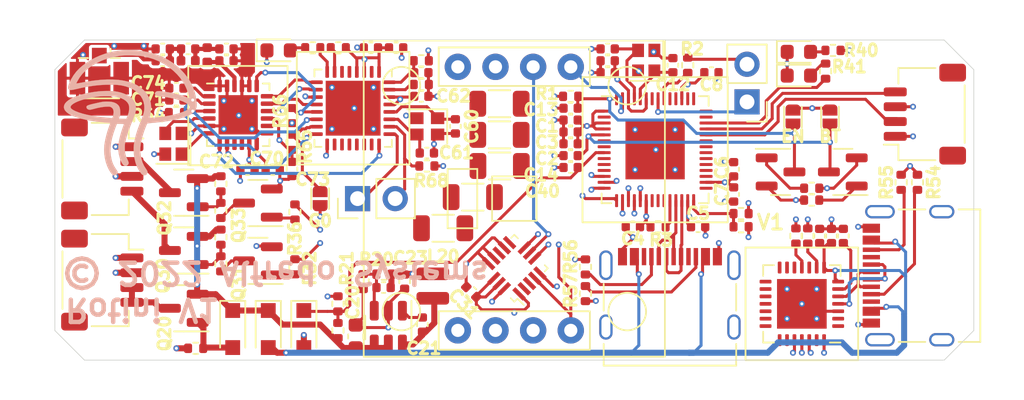
<source format=kicad_pcb>
(kicad_pcb (version 20211014) (generator pcbnew)
  (layers (0 "F.Cu" signal) (1 "In1.Cu" signal) (2 "In2.Cu" signal) (31 "B.Cu" signal) (34 "B.Paste" user) (35 "F.Paste" user) (36 "B.SilkS" user "B.Silkscreen") (37 "F.SilkS" user "F.Silkscreen") (38 "B.Mask" user) (39 "F.Mask" user) (44 "Edge.Cuts" user))
  (net 0 "")
  (net 1 "GND")
  (net 2 "+3V3")
  (net 3 "Net-(C11-Pad1)")
  (net 4 "Net-(C12-Pad2)")
  (net 5 "E_EN")
  (net 6 "E_IO0")
  (net 7 "VCC")
  (net 8 "Net-(C21-Pad1)")
  (net 9 "Net-(C21-Pad2)")
  (net 10 "Net-(C22-Pad2)")
  (net 11 "SNS_VIN")
  (net 12 "Net-(C50-Pad2)")
  (net 13 "VBUS")
  (net 14 "Net-(C60-Pad2)")
  (net 15 "Net-(C61-Pad2)")
  (net 16 "Net-(C64-Pad2)")
  (net 17 "Net-(C70-Pad1)")
  (net 18 "Net-(C74-Pad1)")
  (net 19 "Net-(C100-Pad1)")
  (net 20 "Net-(C101-Pad1)")
  (net 21 "Net-(C102-Pad1)")
  (net 22 "Net-(C103-Pad2)")
  (net 23 "/LED2/LED_out")
  (net 24 "Net-(D40-Pad2)")
  (net 25 "Net-(D41-Pad2)")
  (net 26 "Net-(D60-Pad2)")
  (net 27 "X_TX")
  (net 28 "X_RX")
  (net 29 "E_TXD")
  (net 30 "E_RXD")
  (net 31 "/LED1/LED_out")
  (net 32 "P_MOSI")
  (net 33 "P_MISO")
  (net 34 "P_SCK")
  (net 35 "Net-(J202-Pad3)")
  (net 36 "GPIO0")
  (net 37 "Net-(Q30-Pad1)")
  (net 38 "Net-(Q31-Pad1)")
  (net 39 "Net-(Q31-Pad3)")
  (net 40 "Net-(Q32-Pad1)")
  (net 41 "Net-(Q33-Pad1)")
  (net 42 "Net-(Q33-Pad3)")
  (net 43 "Net-(Q50-Pad1)")
  (net 44 "CP_RTS")
  (net 45 "Net-(Q51-Pad1)")
  (net 46 "CP_DTR")
  (net 47 "Net-(R2-Pad2)")
  (net 48 "Net-(R3-Pad1)")
  (net 49 "LED_1")
  (net 50 "LED_2")
  (net 51 "LED_MISC")
  (net 52 "Net-(R52-Pad1)")
  (net 53 "Net-(R53-Pad1)")
  (net 54 "Net-(R54-Pad2)")
  (net 55 "Net-(R55-Pad2)")
  (net 56 "Net-(R56-Pad2)")
  (net 57 "Net-(R57-Pad2)")
  (net 58 "Net-(D21-Pad2)")
  (net 59 "Net-(R62-Pad2)")
  (net 60 "CHIP_EN")
  (net 61 "GPIO2")
  (net 62 "GPIO15")
  (net 63 "GPIO16")
  (net 64 "A2_CS")
  (net 69 "Net-(U50-Pad4)")
  (net 70 "Net-(U50-Pad5)")
  (net 77 "E_D+")
  (net 78 "E_D-")
  (net 84 "ADC")
  (net 85 "GPIO14")
  (net 86 "GPIO12")
  (net 87 "GPIO13")
  (net 88 "GPIO4")
  (net 89 "GPIO9")
  (net 90 "GPIO10")
  (net 91 "SD_CMD")
  (net 92 "SD_CLK")
  (net 93 "SD_D0")
  (net 94 "SD_D1")
  (net 95 "GPIO5")
  (net 96 "Net-(U70-Pad4)")
  (net 97 "Net-(U70-Pad6)")
  (net 101 "PPM_F")
  (net 102 "PPM_B")
  (net 107 "A1_CS")
  (net 111 "Net-(R4-Pad1)")
  (footprint "Resistor_SMD:R_0402_1005Metric" (layer "F.Cu") (at 19.8 2.42 90)
    (fp_text reference "R52" hide)
    (fp_text value "1K" hide)
  )
  (footprint "Resistor_SMD:R_0402_1005Metric" (layer "F.Cu") (at -6.275 -9.4 180)
    (fp_text reference "R60" hide)
    (fp_text value "1K" hide)
  )
  (footprint "Resistor_SMD:R_0402_1005Metric" (layer "F.Cu") (at -11.875 -10.275)
    (fp_text reference "R63" hide)
    (fp_text value "1K" hide)
  )
  (footprint "AlfredoFootprints:TGD_SolderJumper" (layer "F.Cu") (at 18.8 -5.6 -90)
    (fp_text reference "JP2" hide)
    (fp_text value "reset" hide)
  )
  (footprint "Capacitor_SMD:C_0402_1005Metric" (layer "F.Cu") (at 22.2 2.42 -90)
    (fp_text reference "C50" hide)
    (fp_text value "100nF" hide)
  )
  (footprint "Diode_SMD:D_SOD-323_HandSoldering" (layer "F.Cu") (at -14.2 8.7 -90)
    (fp_text reference "D42" hide)
    (fp_text value "Z3V3" hide)
  )
  (footprint "LED_SMD:LED_0603_1608Metric" (layer "F.Cu") (at -15.9 -10.1)
    (fp_text reference "D60" hide)
    (fp_text value "LED_yellow" hide)
  )
  (footprint "Diode_SMD:D_SOD-323_HandSoldering" (layer "F.Cu") (at -16.6 8.7 -90)
    (fp_text reference "D20" hide)
    (fp_text value "1N5819" hide)
  )
  (footprint "Package_TO_SOT_SMD:SOT-23" (layer "F.Cu") (at 17.9625 -1.9)
    (fp_text reference "Q50" hide)
    (fp_text value "SS8050" hide)
  )
  (footprint "Resistor_SMD:R_0402_1005Metric" (layer "F.Cu") (at -19.8 -1.1 -90)
    (fp_text reference "R33" hide)
    (fp_text value "10K" hide)
  )
  (footprint "Capacitor_SMD:C_0402_1005Metric" (layer "F.Cu") (at 10.7 -9.1 -90)
    (fp_text reference "C12")
    (fp_text value "10pF" hide)
  )
  (footprint "Capacitor_SMD:C_0402_1005Metric" (layer "F.Cu") (at -7.975 -10.275)
    (fp_text reference "C63" hide)
    (fp_text value "100nF" hide)
  )
  (footprint "Resistor_SMD:R_0402_1005Metric" (layer "F.Cu") (at 21 -8.7 90)
    (fp_text reference "R41")
    (fp_text value "1K" hide)
  )
  (footprint "Capacitor_SMD:C_0402_1005Metric" (layer "F.Cu") (at 6.3 -8.6)
    (fp_text reference "C10" hide)
    (fp_text value "100pF" hide)
  )
  (footprint "LED_SMD:LED_0603_1608Metric" (layer "F.Cu") (at 19.2 -10)
    (fp_text reference "D40" hide)
    (fp_text value "LED_blue" hide)
  )
  (footprint "Capacitor_SMD:C_0402_1005Metric" (layer "F.Cu") (at -6.275 -7)
    (fp_text reference "C62")
    (fp_text value "2.2uF" hide)
  )
  (footprint "Resistor_SMD:R_0402_1005Metric" (layer "F.Cu") (at 4.8 4.51 -90)
    (fp_text reference "R56")
    (fp_text value "5.1K" hide)
  )
  (footprint "Resistor_SMD:R_0402_1005Metric" (layer "F.Cu") (at 20.0625 0)
    (fp_text reference "R51" hide)
    (fp_text value "1K" hide)
  )
  (footprint "AlfredoFootprints:TGD_SolderJumper" (layer "F.Cu") (at -13.1 -0.1 -90)
    (fp_text reference "JP60" hide)
    (fp_text value "Jumper_2_Open" hide)
  )
  (footprint "Connector_PinHeader_2.54mm:PinHeader_1x02_P2.54mm_Vertical" (layer "F.Cu") (at 15.7 -6.625 180)
    (fp_text reference "J2" hide)
    (fp_text value "Conn_01x02" hide)
  )
  (footprint "Capacitor_SMD:C_0603_1608Metric" (layer "F.Cu") (at -10.7 9.2 90)
    (fp_text reference "C20")
    (fp_text value "4.7uF, 35V" hide)
  )
  (footprint "Capacitor_SMD:C_0402_1005Metric" (layer "F.Cu") (at 8 1.8)
    (fp_text reference "C4")
    (fp_text value "100nF" hide)
  )
  (footprint "Resistor_SMD:R_0402_1005Metric" (layer "F.Cu") (at 27.2 -1.2 -90)
    (fp_text reference "R54")
    (fp_text value "5.1K" hide)
  )
  (footprint "Capacitor_SMD:C_0402_1005Metric" (layer "F.Cu") (at 20.6 2.42 -90)
    (fp_text reference "C52" hide)
    (fp_text value "10uF" hide)
  )
  (footprint "Capacitor_SMD:C_0402_1005Metric" (layer "F.Cu") (at -23.72 -10.2 180)
    (fp_text reference "C102" hide)
    (fp_text value "1.2pF" hide)
  )
  (footprint "Capacitor_SMD:C_0402_1005Metric" (layer "F.Cu") (at 14.8 -0.38 90)
    (fp_text reference "C7")
    (fp_text value "100nF" hide)
  )
  (footprint "Resistor_SMD:R_0402_1005Metric" (layer "F.Cu") (at -13.6 -10.275 180)
    (fp_text reference "R67" hide)
    (fp_text value "1K" hide)
  )
  (footprint "AlfredoFootprints:USB_TYPE-C-31-M-12" (layer "F.Cu") (at 26.6 5.1 90)
    (fp_text reference "U51" hide)
    (fp_text value "USB_C_Receptacle" hide)
  )
  (footprint "Capacitor_SMD:C_0402_1005Metric" (layer "F.Cu") (at 3.8 -6.2 180)
    (fp_text reference "C13")
    (fp_text value "100nF" hide)
  )
  (footprint "Resistor_SMD:R_1206_3216Metric" (layer "F.Cu") (at -1 -4.4)
    (fp_text reference "R8" hide)
    (fp_text value "300R")
  )
  (footprint "Capacitor_SMD:C_0402_1005Metric" (layer "F.Cu") (at -5.9 -3.175 180)
    (fp_text reference "C61")
    (fp_text value "10pF" hide)
  )
  (footprint "Resistor_SMD:R_0402_1005Metric" (layer "F.Cu") (at 15.3 1.8)
    (fp_text reference "R4" hide)
    (fp_text value "7K")
  )
  (footprint "LED_SMD:LED_0603_1608Metric" (layer "F.Cu") (at 19.2 -8.4)
    (fp_text reference "D41" hide)
    (fp_text value "LED_green" hide)
  )
  (footprint "Resistor_SMD:R_0402_1005Metric" (layer "F.Cu") (at 20.0625 -0.8 180)
    (fp_text reference "R50" hide)
    (fp_text value "1K" hide)
  )
  (footprint "Resistor_SMD:R_0402_1005Metric" (layer "F.Cu") (at -14.8 0.8 90)
    (fp_text reference "R36")
    (fp_text value "1K" hide)
  )
  (footprint "Resistor_SMD:R_0402_1005Metric" (layer "F.Cu") (at -8.8 5 180)
    (fp_text reference "R20")
    (fp_text value "68K" hide)
  )
  (footprint "Capacitor_SMD:C_0402_1005Metric" (layer "F.Cu") (at 6.3 -10.2 180)
    (fp_text reference "C11" hide)
    (fp_text value "10pF" hide)
  )
  (footprint "Capacitor_SMD:C_0402_1005Metric" (layer "F.Cu") (at -16.3 -2.05)
    (fp_text reference "C70")
    (fp_text value "2.2uF" hide)
  )
  (footprint "AlfredoFootprints:ESP32-S2_QFN-56-1EP_7x7mm_P0.4mm" (layer "F.Cu") (at 9.5 -3.4)
    (fp_text reference "U1" hide)
    (fp_text value "ESP32-S2" hide)
  )
  (footprint "Capacitor_SMD:C_0402_1005Metric" (layer "F.Cu") (at 6.3 -9.4)
    (fp_text reference "C9" hide)
    (fp_text value "1uF" hide)
  )
  (footprint "Package_TO_SOT_SMD:SOT-23" (layer "F.Cu") (at -22.3 7.3 180)
    (fp_text reference "Q20")
    (fp_text value "AO3401A" hide)
  )
  (footprint "Capacitor_SMD:C_0402_1005Metric" (layer "F.Cu") (at -22.8 -7.55 180)
    (fp_text reference "C74")
    (fp_text value "10nF" hide)
  )
  (footprint "Resistor_SMD:R_0402_1005Metric" (layer "F.Cu") (at 3.8 -7 180)
    (fp_text reference "R1")
    (fp_text value "1K" hide)
  )
  (footprint "AlfredoFootprints:LVF252A12" (layer "F.Cu") (at -5.5 5.8 90)
    (fp_text reference "L20")
    (fp_text value "5.6uH" hide)
  )
  (footprint "Resistor_SMD:R_0402_1005Metric" (layer "F.Cu") (at -14.8 4.5 90)
    (fp_text reference "R32")
    (fp_text value "1K" hide)
  )
  (footprint "Resistor_SMD:R_0402_1005Metric" (layer "F.Cu") (at -11.9 7 -90)
    (fp_text reference "R43" hide)
    (fp_text value "2K2" hide)
  )
  (footprint "Resistor_SMD:R_0402_1005Metric" (layer "F.Cu") (at 11.7 -9.1 -90)
    (fp_text reference "R2")
    (fp_text value "500R" hide)
  )
  (footprint "Capacitor_SMD:C_0402_1005Metric" (layer "F.Cu") (at 14.8 -2.08 -90)
    (fp_text reference "C6")
    (fp_text value "1uF" hide)
  )
  (footprint "Capacitor_SMD:C_0402_1005Metric" (layer "F.Cu") (at 3.8 -3 180)
    (fp_text reference "C14")
    (fp_text value "100nF" hide)
  )
  (footprint "Capacitor_SMD:C_0402_1005Metric" (layer "F.Cu") (at -22.005 -10.2 180)
    (fp_text reference "C104" hide)
    (fp_text value "0.5pF" hide)
  )
  (footprint "Capacitor_SMD:C_0402_1005Metric" (layer "F.Cu") (at 3.8 -5.4)
    (fp_text reference "C1")
    (fp_text value "100nF" hide)
  )
  (footprint "Package_DFN_QFN:QFN-24-1EP_4x4mm_P0.5mm_EP2.65x2.65mm" (layer "F.Cu") (at -18.63 -5.755)
    (fp_text reference "U70" hide)
    (fp_text value "SX1280" hide)
  )
  (footprint "Package_TO_SOT_SMD:SOT-23" (layer "F.Cu") (at -17.3 0.2 180)
    (fp_text reference "Q33")
    (fp_text value "2N7002" hide)
  )
  (footprint "Capacitor_SMD:C_0402_1005Metric" (layer "F.Cu") (at 21.4 2.42 -90)
    (fp_text reference "C51" hide)
    (fp_text value "100nF" hide)
  )
  (footprint "Resistor_SMD:R_0402_1005Metric" (layer "F.Cu") (at -15 -5.7 -90)
    (fp_text reference "R66")
    (fp_text value "1K" hide)
  )
  (footprint "Capacitor_SMD:C_0402_1005Metric" (layer "F.Cu") (at -2.9 6.2 135)
    (fp_text reference "C31")
    (fp_text value "100nF" hide)
  )
  (footprint "Resistor_SMD:R_0402_1005Metric" (layer "F.Cu") (at 26.1 -1.2 -90)
    (fp_text reference "R55")
    (fp_text value "5.1K" hide)
  )
  (footprint "Capacitor_SMD:C_0402_1005Metric" (layer "F.Cu") (at 3.8 -4.6)
    (fp_text reference "C3")
    (fp_text value "1uF" hide)
  )
  (footprint "AlfredoFootprints:SparkFunH3LIS331DL" (layer "F.Cu") (at 0 -0.1 -90)
    (fp_text reference "U30" hide)
    (fp_text value "SparkFunH3LIS331DL" hide)
  )
  (footprint "Resistor_SMD:R_0402_1005Metric" (layer "F.Cu") (at 21.5 -10.1 180)
    (fp_text reference "R40")
    (fp_text value "1K" hide)
  )
  (footprint "Resistor_SMD:R_1206_3216Metric" (layer "F.Cu") (at -1 -6.5)
    (fp_text reference "R7" hide)
    (fp_text value "300R")
  )
  (footprint "AlfredoFootprints:TGD-TFLGA-16_3x3mm" (layer "F.Cu") (at 0 4.6 135)
    (fp_text reference "U31" hide)
    (fp_text value "H3LIS331DL" hide)
  )
  (footprint "AlfredoFootprints:USB_TYPE-C-31-M-12" (layer "F.Cu") (at 10.5 6.325)
    (fp_text reference "U52" hide)
    (fp_text value "USB_C_Receptacle" hide)
  )
  (footprint "Package_TO_SOT_SMD:SOT-23" (layer "F.Cu") (at -22.3 3.4 180)
    (fp_text reference "Q30")
    (fp_text value "LBSS84LT1G" hide)
  )
  (footprint "Resistor_SMD:R_0402_1005Metric" (layer "F.Cu") (at -15 -3.9 -90)
    (fp_text reference "R65")
    (fp_text value "1K" hide)
  )
  (footprint "Capacitor_SMD:C_0402_1005Metric" (layer "F.Cu") (at 12.4 1.8 180)
    (fp_text reference "C5")
    (fp_text value "100nF" hide)
  )
  (footprint "Resistor_SMD:R_0402_1005Metric" (layer "F.Cu") (at -22.8 -5.9 180)
    (fp_text reference "R64")
    (fp_text value "1K" hide)
  )
  (footprint "Capacitor_SMD:C_0402_1005Metric" (layer "F.Cu") (at -9.675 -10.275 180)
    (fp_text reference "C65" hide)
    (fp_text value "2.2uF" hide)
  )
  (footprint "Package_DFN_QFN:QFN-28-1EP_5x5mm_P0.5mm_EP3.35x3.35mm" (layer "F.Cu") (at 19.4 7 180)
    (fp_text reference "U50" hide)
    (fp_text value "CP2102-GMR" hide)
  )
  (footprint "Crystal:Crystal_SMD_2016-4Pin_2.0x1.6mm" (layer "F.Cu") (at 8.9 -9.4 90)
    (fp_text reference "U2" hide)
    (fp_text value "Crystal_ESP32" hide)
  )
  (footprint "Capacitor_SMD:C_0402_1005Metric" (layer "F.Cu") (at 3.8 -2.2 180)
    (fp_text reference "C40")
    (fp_text value "100nF" hide)
  )
  (footprint "Resistor_SMD:R_0402_1005Metric" (layer "F.Cu") (at 19 2.42 90)
    (fp_text reference "R53" hide)
    (fp_text value "1K" hide)
  )
  (footprint "Package_TO_SOT_SMD:SOT-23" (layer "F.Cu") (at -17.3 4.1 180)
    (fp_text reference "Q31")
    (fp_text value "2N7002" hide)
  )
  (footprint "Capacitor_SMD:C_0402_1005Metric" (layer "F.Cu") (at -18 -2.05 180)
    (fp_text reference "C72")
    (fp_text value "100nF" hide)
  )
  (footprint "Capacitor_SMD:C_0402_1005Metric" (layer "F.Cu") (at -3.975 -4.975 90)
    (fp_text reference "C60")
    (fp_text value "10pF" hide)
  )
  (footprint "Inductor_SMD:L_0402_1005Metric" (layer "F.Cu") (at -20.72 -9.8 90)
    (fp_text reference "L101" hide)
    (fp_text value "3nH" hide)
  )
  (footprint "Resistor_SMD:R_1206_3216Metric" (layer "F.Cu") (at -2.8 -0.2)
    (fp_text reference "R9" hide)
    (fp_text value "300R")
  )
  (footprint "Capacitor_SMD:C_0402_1005Metric" (layer "F.Cu") (at -22.8 -6.75 180)
    (fp_text reference "C71")
    (fp_text value "10nF" hide)
  )
  (footprint "Package_TO_SOT_SMD:TSOT-23-6" (layer "F.Cu") (at -8.5 8.6 -90)
    (fp_text reference "U20" hide)
    (fp_text value "SY8201CABC" hide)
  )
  (footprint "Capacitor_SMD:C_0402_1005Metric" (layer "F.Cu") (at -15 -2.1 -90)
    (fp_text reference "C73")
    (fp_text value "100nF" hide)
  )
  (footprint "Diode_SMD:D_SOD-323_HandSoldering" (layer "F.Cu") (at -19 8.7 -90)
    (fp_text reference "D21" hide)
    (fp_text value "Z5V6" hide)
  )
  (footprint "Resistor_SMD:R_1206_3216Metric" (layer "F.Cu") (at -4.8 1.9)
    (fp_text reference "R10" hide)
    (fp_text value "300R")
  )
  (footprint "AlfredoFootprints:TGD_SolderJumper" (layer "F.Cu") (at 21.3 -5.6 90)
    (fp_text reference "JP1" hide)
    (fp_text value "boot" hide)
  )
  (footprint "Capacitor_SMD:C_0402_1005Metric" (layer "F.Cu") (at -19.42 -10.2)
    (fp_text reference "C101" hide)
    (fp_text value "1.2pF" hide)
  )
  (footprint "Connector_JST:JST_SH_SM04B-SRSS-TB_1x04-1MP_P1.00mm_Horizontal" (layer "F.Cu") (at -27.8 -2.1 -90)
    (fp_text reference "J201" hide)
    (fp_text value "SH_LED" hide)
  )
  (footprint "Connector_Coaxial:U.FL_Hirose_U.FL-R-SMT-1_Vertical" (layer "F.Cu") (at -28 -8.7 -90)
    (fp_text reference "J60" hide)
    (fp_text value "Conn_Coaxial" hide)
  )
  (footprint "Resistor_SMD:R_0402_1005Metric" (layer "F.Cu") (at -10.2 5.5 -90)
    (fp_text reference "R21")
    (fp_text value "15K" hide)
  )
  (footprint "Inductor_SMD:L_0402_1005Metric" (layer "F.Cu") (at -22.005 -9.4 180)
    (fp_text reference "L102" hide)
    (fp_text value "2.5nH" hide)
  )
  (footprint "Resistor_SMD:R_0402_1005Metric" (layer "F.Cu") (at 15.3 0.91 180)
    (fp_text reference "R5" hide)
    (fp_text value "1K")
  )
  (footprint "Connector_JST:JST_SH_SM04B-SRSS-TB_1x04-1MP_P1.00mm_Horizontal" (layer "F.Cu") (at -27.8 5.4 -90)
    (fp_text reference "J202" hide)
    (fp_text value "SH_LED" hide)
  )
  (footprint "Capacitor_SMD:C_0402_1005Metric" (layer "F.Cu") (at -23.72 -9.4 180)
    (fp_text reference "C103" hide)
    (fp_text value "100pF" hide)
  )
  (footprint "Package_TO_SOT_SMD:SOT-23" (layer "F.Cu") (at 22.1625 -1.9 180)
    (fp_text reference "Q51" hide)
    (fp_text value "SS8050" hide)
  )
  (footprint "Capacitor_SMD:C_0402_1005Metric" (layer "F.Cu") (at 13.3 -8.6 180)
    (fp_text reference "C8")
    (fp_text value "100nF" hide)
  )
  (footprint "Package_TO_SOT_SMD:SOT-23" (layer "F.Cu") (at -22.3 -0.5 180)
    (fp_text reference "Q32")
    (fp_text value "LBSS84LT1G" hide)
  )
  (footprint "Capacitor_SMD:C_0402_1005Metric" (layer "F.Cu") (at -6.2 8.4 -90)
    (fp_text reference "C21")
    (fp_text value "100nF" hide)
  )
  (footprint "Connector_PinHeader_2.54mm:PinHeader_1x02_P2.54mm_Vertical" (layer "F.Cu") (at -10.575 -0.1 90)
    (fp_text reference "J1" hide)
    (fp_text value "Conn_01x02" hide)
  )
  (footprint "Resistor_SMD:R_0402_1005Metric" (layer "F.Cu") (at -21.5 10 180)
    (fp_text reference "R22" hide)
    (fp_text value "10K")
  )
  (footprint "Resistor_SMD:R_0402_1005Metric" (layer "F.Cu") (at -19.8 4.3 -90)
    (fp_text reference "R31" hide)
    (fp_text value "10K" hide)
  )
  (footprint "Capacitor_SMD:C_0402_1005Metric" (layer "F.Cu") (at -6.275 -8.6 180)
    (fp_text reference "C64" hide)
    (fp_text value "2.2uF" hide)
  )
  (footprint "Resistor_SMD:R_0402_1005Metric" (layer "F.Cu") (at -5.9 -2.3)
    (fp_text reference "R68")
    (fp_text value "330R" hide)
  )
  (footprint "Resistor_SMD:R_0402_1005Metric" (layer "F.Cu") (at -11.9 8.8 -90)
    (fp_text reference "R42" hide)
    (fp_text value "15K" hide)
  )
  (footprint "Resistor_SMD:R_0402_1005Metric" (layer "F.Cu") (at -19.8 2.5 -90)
    (fp_text reference "R30" hide)
    (fp_text value "10K" hide)
  )
  (footprint "Resistor_SMD:R_0402_1005Metric" (layer "F.Cu") (at 4.8 6.31 90)
    (fp_text reference "R57")
    (fp_text value "5.1K" hide)
  )
  (footprint "Crystal:Crystal_SMD_2016-4Pin_2.0x1.6mm" (layer "F.Cu") (at -23 -3.8 90)
    (fp_text reference "U71" hide)
    (fp_text value "Crystal_SX1280" hide)
  )
  (footprint "Crystal:Crystal_SMD_2016-4Pin_2.0x1.6mm" (layer "F.Cu") (at -5.875 -4.975 180)
    (fp_text reference "U61" hide)
    (fp_text value "Crystal_ESP8285" hide)
  )
  (footprint "Package_DFN_QFN:QFN-32-1EP_5x5mm_P0.5mm_EP3.7x3.7mm" (layer "F.Cu") (at -10.875 -6.2 -90)
    (fp_text reference "U60" hide)
    (fp_text value "ESP8285H16" hide)
  )
  (footprint "Capacitor_SMD:C_0402_1005Metric" (layer "F.Cu") (at 3.8 -3.8)
    (fp_text reference "C2")
    (fp_text value "10uF" hide)
  )
  (footprint "Capacitor_SMD:C_0402_1005Metric" (layer "F.Cu") (at -7.4 5.5 -90)
    (fp_text reference "C23")
    (fp_text value "22uF, 6V3" hide)
  )
  (footprint "Resistor_SMD:R_0402_1005Metric" (layer "F.Cu") (at -19.8 0.7 -90)
    (fp_text reference "R34" hide)
    (fp_text value "10K" hide)
  )
  (footprint "Connector_JST:JST_SH_SM04B-SRSS-TB_1x04-1MP_P1.00mm_Horizontal" (layer "F.Cu") (at 27.7 -5.8 90)
    (fp_text reference "J200" hide)
    (fp_text value "SH_PPM" hide)
  )
  (footprint "Resistor_SMD:R_0402_1005Metric" (layer "F.Cu") (at 9.7 1.8 180)
    (fp_text reference "R3")
    (fp_text value "1K" hide)
  )
  (footprint "Capacitor_SMD:C_0402_1005Metric" (layer "F.Cu") (at -8.82 5.9 180)
    (fp_text reference "C22" hide)
    (fp_text value "10pF" hide)
  )
  (footprint "Resistor_SMD:R_0402_1005Metric" (layer "F.Cu") (at -6.275 -7.8 180)
    (fp_text reference "R62" hide)
    (fp_text value "1K" hide)
  )
  (footprint "Capacitor_SMD:C_0402_1005Metric" (layer "F.Cu") (at -19.42 -9.4)
    (fp_text reference "C100" hide)
    (fp_text value "0.8pF" hide)
  )
  (footprint "Resistor_SMD:R_1206_3216Metric" (layer "F.Cu") (at -0.99 -2.3)
    (fp_text reference "R6" hide)
    (fp_text value "300R")
  )
  (footprint "AlfredoFootprints:Alfredo_logo_small" (layer "B.Cu") (at -25.9 -5.9)
    (fp_text reference "G***" hide)
    (fp_text value "LOGO" hide)
  )
  (gr_rect (start 4.6 -8.3) (end 14.4 1.5) (layer "F.SilkS") (width 0.12) (fill none))
  (gr_rect (start -22 -2.35) (end -15.3 -9.05) (layer "F.SilkS") (width 0.12) (fill none))
  (gr_rect (start -5.1 7.5) (end 5.1 10.1) (layer "F.SilkS") (width 0.12) (fill none))
  (gr_rect (start 23.2 10.8) (end 15.6 3.2) (layer "F.SilkS") (width 0.12) (fill none))
  (gr_rect (start -7.075 -10) (end -14.675 -2.4) (layer "F.SilkS") (width 0.12) (fill none))
  (gr_rect (start -5.1 -10.3) (end 5.1 -7.7) (layer "F.SilkS") (width 0.12) (fill none))
  (gr_line (start 29 -10.8) (end -29 -10.8) (layer "Edge.Cuts") (width 0.05))
  (gr_line (start 31 -8.8) (end 29 -10.8) (layer "Edge.Cuts") (width 0.05))
  (gr_line (start -31 8.8) (end -29 10.8) (layer "Edge.Cuts") (width 0.05))
  (gr_line (start -29 10.8) (end 29 10.8) (layer "Edge.Cuts") (width 0.05))
  (gr_line (start -29 -10.8) (end -31 -8.8) (layer "Edge.Cuts") (width 0.05))
  (gr_line (start 31 8.8) (end 31 -8.8) (layer "Edge.Cuts") (width 0.05))
  (gr_line (start 29 10.8) (end 31 8.8) (layer "Edge.Cuts") (width 0.05))
  (gr_line (start -31 -8.8) (end -31 8.8) (layer "Edge.Cuts") (width 0.05))
  (gr_text "Rotini V1" (at -25.1 7.4 180) (layer "B.SilkS") (effects (font (size 1.5 1.5) (thickness 0.3)) (justify mirror)))
  (gr_text "© 2022 Alfredo Systems\n" (at -16.1 4.9 180) (layer "B.SilkS") (effects (font (size 1.5 1.5) (thickness 0.3)) (justify mirror)))
  (gr_text "V1" (at 17.3 1.5) (layer "F.SilkS") (effects (font (size 1 1) (thickness 0.2))))
  (gr_text "G0" (at -13.1 1.4) (layer "F.SilkS") (effects (font (size 0.8 0.8) (thickness 0.2))))
  (gr_text "BT\n" (at 21.3 -4.3) (layer "F.SilkS") (effects (font (size 0.8 0.8) (thickness 0.2))))
  (gr_text "EN" (at 18.8 -4.3) (layer "F.SilkS") (effects (font (size 0.8 0.8) (thickness 0.2))))
  (segment (start -25.8 -3.6) (end -26.9 -3.6) (width 0.4064) (layer "F.Cu") (net 1))
  (segment (start 21.46 1.94) (end 22.2 1.94) (width 0.2032) (layer "F.Cu") (net 1))
  (segment (start -16.4125 3.1) (end -16.3625 3.15) (width 0.2032) (layer "F.Cu") (net 1))
  (segment (start 12.88 2.38) (end 12.9 2.4) (width 0.2032) (layer "F.Cu") (net 1))
  (segment (start 3.32 -5.4) (end 3.32 -3.8) (width 0.2032) (layer "F.Cu") (net 1))
  (segment (start 1.732412 4.918198) (end 1.732412 4.932412) (width 0.2032) (layer "F.Cu") (net 1))
  (segment (start -11.9 6.49) (end -12.59 6.49) (width 0.2032) (layer "F.Cu") (net 1))
  (segment (start -17.3 -4.65) (end -17.525 -4.65) (width 0.2032) (layer "F.Cu") (net 1))
  (segment (start 23.2 1.8) (end 23.99 1.8) (width 0.2032) (layer "F.Cu") (net 1))
  (segment (start 1.732412 4.932412) (end 2.625 5.825) (width 0.2032) (layer "F.Cu") (net 1))
  (segment (start -17.4 3.1) (end -16.4125 3.1) (width 0.2032) (layer "F.Cu") (net 1))
  (segment (start -5.795 -8.6) (end -5.795 -7) (width 0.2032) (layer "F.Cu") (net 1))
  (segment (start -15.8 -1.4) (end -15.22 -1.4) (width 0.2032) (layer "F.Cu") (net 1))
  (segment (start 2.625 5.825) (end 2.875 5.825) (width 0.2032) (layer "F.Cu") (net 1))
  (segment (start 15.81 0.91) (end 15.8 0.9) (width 0.2032) (layer "F.Cu") (net 1))
  (segment (start 13.8 3.715) (end 13.7 3.815) (width 0.2032) (layer "F.Cu") (net 1))
  (segment (start 10.7 -9.58) (end 9.97 -9.58) (width 0.2032) (layer "F.Cu") (net 1))
  (segment (start -25.8 -1.6) (end -26.9 -1.6) (width 0.4064) (layer "F.Cu") (net 1))
  (segment (start 14.8 0.1) (end 14.2 0.1) (width 0.2032) (layer "F.Cu") (net 1))
  (segment (start -19.38 -7.705) (end -19.38 -6.505) (width 0.2032) (layer "F.Cu") (net 1))
  (segment (start -5.105 -4.495) (end -5.175 -4.425) (width 0.2032) (layer "F.Cu") (net 1))
  (segment (start 8 2.6) (end 7.3 3.3) (width 0.2032) (layer "F.Cu") (net 1))
  (segment (start -6.75 -5.7) (end -6.575 -5.525) (width 0.2032) (layer "F.Cu") (net 1))
  (segment (start 20.6 1.94) (end 21.46 1.94) (width 0.2032) (layer "F.Cu") (net 1))
  (segment (start 13.8 2.9) (end 13.8 3.715) (width 0.2032) (layer "F.Cu") (net 1))
  (segment (start -18.48 -2.05) (end -18.48 -1.42) (width 0.2032) (layer "F.Cu") (net 1))
  (segment (start 2.7 -6.2) (end 3.32 -6.2) (width 0.2032) (layer "F.Cu") (net 1))
  (segment (start 13.8 -8.58) (end 13.78 -8.6) (width 0.2032) (layer "F.Cu") (net 1))
  (segment (start -16.68 -4.505) (end -17.155 -4.505) (width 0.2032) (layer "F.Cu") (net 1))
  (segment (start -17.525 -4.65) (end -17.5875 -4.7125) (width 0.2032) (layer "F.Cu") (net 1))
  (segment (start -10.525 8.6) (end -10.7 8.425) (width 0.2032) (layer "F.Cu") (net 1))
  (segment (start -10.2 6.01) (end -10.2 7.925) (width 0.2032) (layer "F.Cu") (net 1))
  (segment (start -5.42 -3.175) (end -5.42 -3.78) (width 0.2032) (layer "F.Cu") (net 1))
  (segment (start -14.2 9.1) (end -14.2 9.95) (width 0.4064) (layer "F.Cu") (net 1))
  (segment (start -18.38 -6.005) (end -18.63 -5.755) (width 0.2032) (layer "F.Cu") (net 1))
  (segment (start -22.8 10) (end -22.01 10) (width 0.4064) (layer "F.Cu") (net 1))
  (segment (start -8.5 8.6) (end -10.525 8.6) (width 0.2032) (layer "F.Cu") (net 1))
  (segment (start -1.732412 4.267588) (end -2.475 3.525) (width 0.2032) (layer "F.Cu") (net 1))
  (segment (start -1.5 6.85) (end -1.5 6.807107) (width 0.2032) (layer "F.Cu") (net 1))
  (segment (start 27.2 -1.8) (end 27.2 -1.71) (width 0.2032) (layer "F.Cu") (net 1))
  (segment (start 14.2 -2.6) (end 14.76 -2.6) (width 0.2032) (layer "F.Cu") (net 1))
  (segment (start -8.5 8.6) (end -8.5 7) (width 0.2032) (layer "F.Cu") (net 1))
  (segment (start -3.25 4.3) (end -2.475 3.525) (width 0.2032) (layer "F.Cu") (net 1))
  (segment (start -15.8 -1.4) (end -15.8 -1.1) (width 0.2032) (layer "F.Cu") (net 1))
  (segment (start 26.9 -4.3) (end 25.7 -4.3) (width 0.2032) (layer "F.Cu") (net 1))
  (segment (start 14.76 -2.6) (end 14.8 -2.56) (width 0.2032) (layer "F.Cu") (net 1))
  (segment (start -3.975 -4.495) (end -5.105 -4.495) (width 0.2032) (layer "F.Cu") (net 1))
  (segment (start 26.9 -6.3) (end 25.7 -6.3) (width 0.2032) (layer "F.Cu") (net 1))
  (segment (start 7.3 3.3) (end 7.3 3.815) (width 0.2032) (layer "F.Cu") (net 1))
  (segment (start 7.52 2.02) (end 7.52 1.8) (width 0.2032) (layer "F.Cu") (net 1))
  (segment (start -2.475 3.525) (end -2.125 3.175) (width 0.2032) (layer "F.Cu") (net 1))
  (segment (start -7.3 -5.7) (end -6.75 -5.7) (width 0.2032) (layer "F.Cu") (net 1))
  (segment (start 2.7 -2.2) (end 3.32 -2.2) (width 0.2032) (layer "F.Cu") (net 1))
  (segment (start -8.5 7) (end -7.48 5.98) (width 0.2032) (layer "F.Cu") (net 1))
  (segment (start -12.59 6.49) (end -12.6 6.5) (width 0.2032) (layer "F.Cu") (net 1))
  (segment (start -5.42 -3.78) (end -5.42 -4.18) (width 0.2032) (layer "F.Cu") (net 1))
  (segment (start -19.38 -5.005) (end -18.63 -5.755) (width 0.2) (layer "F.Cu") (net 1))
  (segment (start -1.732412 4.281802) (end -1.732412 4.267588) (width 0.2032) (layer "F.Cu") (net 1))
  (segment (start 5.5 6.8) (end 5.48 6.82) (width 0.2032) (layer "F.Cu") (net 1))
  (segment (start -25.8 3.9) (end -26.9 3.9) (width 0.4064) (layer "F.Cu") (net 1))
  (segment (start -16.15 -0.75) (end -16.3625 -0.75) (width 0.2032) (layer "F.Cu") (net 1))
  (segment (start 5.82 -8.6) (end 5.82 -9.4) (width 0.2032) (layer "F.Cu") (net 1))
  (segment (start 18.4125 -8.4) (end 18.4125 -10) (width 0.2032) (layer "F.Cu") (net 1))
  (segment (start 21.85 7.5) (end 19.9 7.5) (width 0.2032) (layer "F.Cu") (net 1))
  (segment (start 21.4 1.3) (end 21.4 1.94) (width 0.2032) (layer "F.Cu") (net 1))
  (segment (start -15.82 -2.05) (end -15.82 -1.42) (width 0.2032) (layer "F.Cu") (net 1))
  (segment (start -15.8 -1.1) (end -16.15 -0.75) (width 0.2032) (layer "F.Cu") (net 1))
  (segment (start 3.32 -3) (end 2.7 -3) (width 0.2032) (layer "F.Cu") (net 1))
  (segment (start -7.6 -10.17) (end -7.495 -10.275) (width 0.2032) (layer "F.Cu") (net 1))
  (segment (start 5.48 6.82) (end 4.8 6.82) (width 0.2032) (layer "F.Cu") (net 1))
  (segment (start -15.82 -1.42) (end -15.8 -1.4) (width 0.2032) (layer "F.Cu") (net 1))
  (segment (start -24.3 -3.1) (end -23.55 -3.1) (width 0.2032) (layer "F.Cu") (net 1))
  (segment (start -2.125 3.175) (end -1.5 2.55) (width 0.2032) (layer "F.Cu") (net 1))
  (segment (start -17.5875 -4.7125) (end -18.5875 -5.7125) (width 0.2032) (layer "F.Cu") (net 1))
  (segment (start -18.38 -7.705) (end -18.38 -6.005) (width 0.2032) (layer "F.Cu") (net 1))
  (segment (start -18.48 -1.42) (end -18.5 -1.4) (width 0.2032) (layer "F.Cu") (net 1))
  (segment (start 26.11 -1.71) (end 26.1 -1.71) (width 0.2032) (layer "F.Cu") (net 1))
  (segment (start -26.9 4.9) (end -25.8 4.9) (width 0.4064) (layer "F.Cu") (net 1))
  (segment (start -10.18 -10.3) (end -10.155 -10.275) (width 0.2032) (layer "F.Cu") (net 1))
  (segment (start -1.342893 2.55) (end -0.671751 3.221142) (width 0.2032) (layer "F.Cu") (net 1))
  (segment (start -16.7 -9.3) (end -16.7 -10.0875) (width 0.2032) (layer "F.Cu") (net 1))
  (segment (start -21.295 -5.005) (end -20.58 -5.005) (width 0.2) (layer "F.Cu") (net 1))
  (segment (start 19.9 7.5) (end 19.4 7) (width 0.2032) (layer "F.Cu") (net 1))
  (segment (start 3.32 -5.4) (end 2.7 -5.4) (width 0.2032) (layer "F.Cu") (net 1))
  (segment (start 15.8 0.9) (end 15.8 0.2) (width 0.2032) (layer "F.Cu") (net 1))
  (segment (start 9.97 -9.58) (end 9.45 -10.1) (width 0.2032) (layer "F.Cu") (net 1))
  (segment (start -5.42 -4.18) (end -5.175 -4.425) (width 0.2032) (layer "F.Cu") (net 1))
  (segment (start -20.58 -5.005) (end -19.38 -5.005) (width 0.2) (layer "F.Cu") (net 1))
  (segment (start -13.1 1.1) (end -13.1 0.5) (width 0.2032) (layer "F.Cu") (net 1))
  (segment (start -1.378858 3.928249) (end -1.378858 3.921142) (width 0.2032) (layer "F.Cu") (net 1))
  (segment (start -19.38 -6.505) (end -18.63 -5.755) (width 0.2032) (layer "F.Cu") (net 1))
  (segment (start 5.82 -10.2) (end 5.2 -10.2) (width 0.2032) (layer "F.Cu") (net 1))
  (segment (start -3.25 5.85) (end -3.239411 5.860589) (width 0.2032) (layer "F.Cu") (net 1))
  (segment (start -16.7 -10.0875) (end -16.6875 -10.1) (width 0.2032) (layer "F.Cu") (net 1))
  (segment (start 8 2.5) (end 8 2.6) (width 0.2032) (layer "F.Cu") (net 1))
  (segment (start -1.378858 3.921142) (end -2.125 3.175) (width 0.2032) (layer "F.Cu") (net 1))
  (segment (start -10.2 7.925) (end -10.7 8.425) (width 0.2032) (layer "F.Cu") (net 1))
  (segment (start 26.7 -2.3) (end 26.11 -1.71) (width 0.2032) (layer "F.Cu") (net 1))
  (segment (start 23.99 1.8) (end 24.09 1.9) (width 0.2032) (layer "F.Cu") (net 1))
  (segment (start 26.7 -2.3) (end 27.2 -1.8) (width 0.2032) (layer "F.Cu") (net 1))
  (segment (start -7.6 -9.6) (end -7.6 -10.17) (width 0.2032) (layer "F.Cu") (net 1))
  (segment (start -10.6 -10.3) (end -10.18 -10.3) (width 0.2032) (layer "F.Cu") (net 1))
  (segment (start -1.5 6.807107) (end -0.671751 5.978858) (width 0.2032) (layer "F.Cu") (net 1))
  (segment (start 12.88 1.8) (end 12.88 2.38) (width 0.2032) (layer "F.Cu") (net 1))
  (segment (start 5.82 -8.6) (end 5.2 -8.6) (width 0.2032) (layer "F.Cu") (net 1))
  (segment (start -15.22 -1.4) (end -15 -1.62) (width 0.2032) (layer "F.Cu") (net 1))
  (segment (start 8 2.5) (end 7.52 2.02) (width 0.2032) (layer "F.Cu") (net 1))
  (segment (start -1.5 2.55) (end -1.342893 2.55) (width 0.2032) (layer "F.Cu") (net 1))
  (segment (start -3.25 4.3) (end -3.25 5.85) (width 0.2032) (layer "F.Cu") (net 1))
  (segment (start -21.8 -4.5) (end -22.45 -4.5) (width 0.2) (layer "F.Cu") (net 1))
  (segment (start -5.2 -7) (end -5.795 -7) (width 0.2032) (layer "F.Cu") (net 1))
  (segment (start 13.8 -8) (end 13.8 -8.58) (width 0.2032) (layer "F.Cu") (net 1))
  (segment (start 20.1 -6.2) (end 21.1 -6.2) (width 0.2032) (layer "F.Cu") (net 1))
  (segment (start 23.2 8.4) (end 23.99 8.4) (width 0.2032) (layer "F.Cu") (net 1))
  (segment (start -21.8 -4.5) (end -21.295 -5.005) (width 0.2) (layer "F.Cu") (net 1))
  (segment (start -18.5875 -5.7125) (end -18.63 -5.755) (width 0.2032) (layer "F.Cu") (net 1))
  (segment (start 23.99 8.4) (end 24.09 8.3) (width 0.2032) (layer "F.Cu") (net 1))
  (segment (start 19 1.3) (end 19 1.91) (width 0.2032) (layer "F.Cu") (net 1))
  (segment (start -23.28 -6.75) (end -23.28 -7.55) (width 0.2032) (layer "F.Cu") (net 1))
  (segment (start -17.155 -4.505) (end -17.3 -4.65) (width 0.2032) (layer "F.Cu") (net 1))
  (segment (start -7.48 5.98) (end -7.4 5.98) (width 0.2032) (layer "F.Cu") (net 1))
  (segment (start 4.1 4) (end 4.8 4) (width 0.2032) (layer "F.Cu") (net 1))
  (segment (start 20.1 -6.2) (end 19 -6.2) (width 0.2032) (layer "F.Cu") (net 1))
  (via (at -12.3 -7.6) (size 0.4) (drill 0.2) (layers "F.Cu" "B.Cu") (net 1))
  (via (at 20.1 -6.2) (size 0.4) (drill 0.2) (layers "F.Cu" "B.Cu") (net 1))
  (via (at 5.2 -8.6) (size 0.4) (drill 0.2) (layers "F.Cu" "B.Cu") (net 1))
  (via (at 19 1.3) (size 0.4) (drill 0.2) (layers "F.Cu" "B.Cu") (net 1))
  (via (at -17.7 -4.8) (size 0.4) (drill 0.2) (layers "F.Cu" "B.Cu") (net 1))
  (via (at 18.4 8) (size 0.4) (drill 0.2) (layers "F.Cu" "B.Cu") (net 1))
  (via (at -19.6 -4.8) (size 0.4) (drill 0.2) (layers "F.Cu" "B.Cu") (net 1))
  (via (at 21.4 1.3) (size 0.4) (drill 0.2) (layers "F.Cu" "B.Cu") (net 1))
  (via (at -18.5 -1.3) (size 0.4) (drill 0.2) (layers "F.Cu" "B.Cu") (net 1))
  (via (at 26.9 -4.3) (size 0.4) (drill 0.2) (layers "F.Cu" "B.Cu") (net 1))
  (via (at -22.8 10) (size 0.4) (drill 0.2) (layers "F.Cu" "B.Cu") (net 1))
  (via (at -9.5 -4.8) (size 0.4) (drill 0.2) (layers "F.Cu" "B.Cu") (net 1))
  (via (at 9.55 -3.4) (size 0.4) (drill 0.2) (layers "F.Cu" "B.Cu") (net 1))
  (via (at 10.85 -2.05) (size 0.4) (drill 0.2) (layers "F.Cu" "B.Cu") (net 1))
  (via (at -5.2 -7) (size 0.4) (drill 0.2) (layers "F.Cu" "B.Cu") (net 1))
  (via (at -7.3 -5.7) (size 0.4) (drill 0.2) (layers "F.Cu" "B.Cu") (net 1))
  (via (at 2.7 -6.2) (size 0.4) (drill 0.2) (layers "F.Cu" "B.Cu") (net 1))
  (via (at 5.2 -10.2) (size 0.4) (drill 0.2) (layers "F.Cu" "B.Cu") (net 1))
  (via (at -10.8 -6.2) (size 0.4) (drill 0.2) (layers "F.Cu" "B.Cu") (net 1))
  (via (at -7.6 -9.6) (size 0.4) (drill 0.2) (layers "F.Cu" "B.Cu") (net 1))
  (via (at 5.5 6.8) (size 0.4) (drill 0.2) (layers "F.Cu" "B.Cu") (net 1))
  (via (at -27 -10.4) (size 0.4) (drill 0.2) (layers "F.Cu" "B.Cu") (net 1))
  (via (at 10.85 -4.75) (size 0.4) (drill 0.2) (layers "F.Cu" "B.Cu") (net 1))
  (via (at -12.3 -4.8) (size 0.4) (drill 0.2) (layers "F.Cu" "B.Cu") (net 1))
  (via (at 13.8 2.9) (size 0.4) (drill 0.2) (layers "F.Cu" "B.Cu") (net 1))
  (via (at 14.2 0.1) (size 0.4) (drill 0.2) (layers "F.Cu" "B.Cu") (net 1))
  (via (at 8.15 -4.75) (size 0.4) (drill 0.2) (layers "F.Cu" "B.Cu") (net 1))
  (via (at -26.9 3.9) (size 0.4) (drill 0.2) (layers "F.Cu" "B.Cu") (net 1))
  (via (at -17.4 3.1) (size 0.4) (drill 0.2) (layers "F.Cu" "B.Cu") (net 1))
  (via (at 2.7 -2.2) (size 0.4) (drill 0.2) (layers "F.Cu" "B.Cu") (net 1))
  (via (at -5.42 -3.78) (size 0.4) (drill 0.2) (layers "F.Cu" "B.Cu") (net 1))
  (via (at 20.4 8) (size 0.4) (drill 0.2) (layers "F.Cu" "B.Cu") (net 1))
  (via (at -24.3 -3.1) (size 0.4) (drill 0.2) (layers "F.Cu" "B.Cu") (net 1))
  (via (at 2.875 5.825) (size 0.4) (drill 0.2) (layers "F.Cu" "B.Cu") (net 1))
  (via (at -14.2 9.1) (size 0.4) (drill 0.2) (layers "F.Cu" "B.Cu") (net 1))
  (via (at 2.7 -5.4) (size 0.4) (drill 0.2) (layers "F.Cu" "B.Cu") (net 1))
  (via (at 20.4 6) (size 0.4) (drill 0.2) (layers "F.Cu" "B.Cu") (net 1))
  (via (at 23.2 8.4) (size 0.4) (drill 0.2) (layers "F.Cu" "B.Cu") (net 1))
  (via (at -26.9 4.9) (size 0.4) (drill 0.2) (layers "F.Cu" "B.Cu") (net 1))
  (via (at -16.7 -9.3) (size 0.4) (drill 0.2) (layers "F.Cu" "B.Cu") (net 1))
  (via (at 13.8 -8) (size 0.4) (drill 0.2) (layers "F.Cu" "B.Cu") (net 1))
  (via (at 26.9 -6.3) (size 0.4) (drill 0.2) (layers "F.Cu" "B.Cu") (net 1))
  (via (at -17.7 -6.7) (size 0.4) (drill 0.2) (layers "F.Cu" "B.Cu") (net 1))
  (via (at -26.9 -1.6) (size 0.4) (drill 0.2) (layers "F.Cu" "B.Cu") (net 1))
  (via (at -29.1 -9.8) (size 0.4) (drill 0.2) (layers "F.Cu" "B.Cu") (net 1))
  (via (at 4.1 4) (size 0.4) (drill 0.2) (layers "F.Cu" "B.Cu") (net 1))
  (via (at 12.9 2.4) (size 0.4) (drill 0.2) (layers "F.Cu" "B.Cu") (net 1))
  (via (at 14.2 -2.6) (size 0.4) (drill 0.2) (layers "F.Cu" "B.Cu") (net 1))
  (via (at -25 -10.4) (size 0.4) (drill 0.2) (layers "F.Cu" "B.Cu") (net 1))
  (via (at 9.4 -10) (size 0.4) (drill 0.2) (layers "F.Cu" "B.Cu") (net 1))
  (via (at 15.8 0.2) (size 0.4) (drill 0.2) (layers "F.Cu" "B.Cu") (net 1))
  (via (at -18.5875 -5.7125) (size 0.4) (drill 0.2) (layers "F.Cu" "B.Cu") (net 1))
  (via (at -1.5 6.85) (size 0.4) (drill 0.2) (layers "F.Cu" "B.Cu") (net 1))
  (via (at 8.4 -8.7) (size 0.4) (drill 0.2) (layers "F.Cu" "B.Cu") (net 1))
  (via (at -12.6 6.5) (size 0.4) (drill 0.2) (layers "F.Cu" "B.Cu") (net 1))
  (via (at -15.8 -1.3) (size 0.4) (drill 0.2) (layers "F.Cu" "B.Cu") (net 1))
  (via (at -8.5 8.6) (size 0.4) (drill 0.2) (layers "F.Cu" "B.Cu") (net 1))
  (via (at -9.5 -7.6) (size 0.4) (drill 0.2) (layers "F.Cu" "B.Cu") (net 1))
  (via (at 2.7 -3) (size 0.4) (drill 0.2) (layers "F.Cu" "B.Cu") (net 1))
  (via (at 18.4 -9.2) (size 0.4) (drill 0.2) (layers "F.Cu" "B.Cu") (net 1))
  (via (at -10.6 -10.3) (size 0.4) (drill 0.2) (layers "F.Cu" "B.Cu") (net 1))
  (via (at -15 -5.2) (size 0.4) (drill 0.2) (layers "F.Cu" "B.Cu") (net 1))
  (via (at -21.8 -4.5) (size 0.4) (drill 0.2) (layers "F.Cu" "B.Cu") (net 1))
  (via (at -3.25 4.3) (size 0.4) (drill 0.2) (layers "F.Cu" "B.Cu") (net 1))
  (via (at 8 2.5) (size 0.4) (drill 0.2) (layers "F.Cu" "B.Cu") (net 1))
  (via (at 19.4 7) (size 0.4) (drill 0.2) (layers "F.Cu" "B.Cu") (net 1))
  (via (at 23.2 1.8) (size 0.4) (drill 0.2) (layers "F.Cu" "B.Cu") (net 1))
  (via (at 18.4 6) (size 0.4) (drill 0.2) (layers "F.Cu" "B.Cu") (net 1))
  (via (at 26.7 -2.3) (size 0.4) (drill 0.2) (layers "F.Cu" "B.Cu") (net 1))
  (via (at -26.9 -3.6) (size 0.4) (drill 0.2) (layers "F.Cu" "B.Cu") (net 1))
  (via (at -13.1 1.1) (size 0.4) (drill 0.2) (layers "F.Cu" "B.Cu") (net 1))
  (via (at -19.6 -6.7) (size 0.4) (drill 0.2) (layers "F.Cu" "B.Cu") (net 1))
  (via (at 8.15 -2.05) (size 0.4) (drill 0.2) (layers "F.Cu" "B.Cu") (net 1))
  (segment (start 0.318198 6.332412) (end 0.332412 6.332412) (width 0.2032) (layer "F.Cu") (net 2))
  (segment (start 0.7 7.4) (end -2.2 7.4) (width 0.2032) (layer "F.Cu") (net 2))
  (segment (start 7.9 -6) (end 7.7 -6.2) (width 0.2032) (layer "F.Cu") (net 2))
  (segment (start 11.7 0.0375) (end 11.7 1.2) (width 0.2032) (layer "F.Cu") (net 2))
  (segment (start -10.1 -9.6) (end -10.2 -9.6) (width 0.2032) (layer "F.Cu") (net 2))
  (segment (start 8.9 0.0375) (end 8.9 1.38) (width 0.2032) (layer "F.Cu") (net 2))
  (segment (start 5.3 -5) (end 4.8 -5) (width 0.2032) (layer "F.Cu") (net 2))
  (segment (start -10.625 -9.535) (end -10.69 -9.6) (width 0.2032) (layer "F.Cu") (net 2))
  (segment (start 4.68 -5) (end 4.28 -5.4) (width 0.2032) (layer "F.Cu") (net 2))
  (segment (start -4.8 -2.3) (end -5.39 -2.3) (width 0.2032) (layer "F.Cu") (net 2))
  (segment (start 0.95 6.95) (end 0.95 7.15) (width 0.2032) (layer "F.Cu") (net 2))
  (segment (start 8.9 1.1) (end 8.9 1.51) (width 0.2032) (layer "F.Cu") (net 2))
  (segment (start 0.332412 6.332412) (end 0.95 6.95) (width 0.2032) (layer "F.Cu") (net 2))
  (segment (start 4.8 -5) (end 4.68 -5) (width 0.2032) (layer "F.Cu") (net 2))
  (segment (start -7.55 -6.95) (end -6.805 -6.95) (width 0.2032) (layer "F.Cu") (net 2))
  (segment (start 7.7 -7.4) (end 6.95 -8.15) (width 0.2032) (layer "F.Cu") (net 2))
  (segment (start -9.2 -9.6) (end -10.1 -9.6) (width 0.2032) (layer "F.Cu") (net 2))
  (segment (start 15.8 2.5) (end 15.81 2.49) (width 0.2032) (layer "F.Cu") (net 2))
  (segment (start -15 -2.58) (end -15 -3.39) (width 0.2032) (layer "F.Cu") (net 2))
  (segment (start -1.939411 6.539411) (end -2.560589 6.539411) (width 0.2032) (layer "F.Cu") (net 2))
  (segment (start 6.0625 -5.2) (end 5.5 -5.2) (width 0.2032) (layer "F.Cu") (net 2))
  (segment (start -2.560589 6.460589) (end -2.560589 6.539411) (width 0.2032) (layer "F.Cu") (net 2))
  (segment (start 14.8 -0.86) (end 14.74 -0.86) (width 0.2032) (layer "F.Cu") (net 2))
  (segment (start -6.875 4.975) (end -8.265 4.975) (width 0.4064) (layer "F.Cu") (net 2))
  (segment (start 11.3 -6.8375) (end 11.3 -7.6) (width 0.2032) (layer "F.Cu") (net 2))
  (segment (start 5.5 -6) (end 5.3 -5.8) (width 0.2032) (layer "F.Cu") (net 2))
  (segment (start 5.3 -5.8) (end 5.3 -5) (width 0.2032) (layer "F.Cu") (net 2))
  (segment (start 4.68 -5) (end 4.28 -4.6) (width 0.2032) (layer "F.Cu") (net 2))
  (segment (start -2.560589 7.039411) (end -2.560589 6.539411) (width 0.2032) (layer "F.Cu") (net 2))
  (segment (start 22.6 -10.1) (end 22.01 -10.1) (width 0.2032) (layer "F.Cu") (net 2))
  (segment (start -10.125 -8.65) (end -10.125 -9.525) (width 0.2032) (layer "F.Cu") (net 2))
  (segment (start 8.9 1.51) (end 9.19 1.8) (width 0.2032) (layer "F.Cu") (net 2))
  (segment (start 14.2 -1.2) (end 13.8 -1.2) (width 0.2032) (layer "F.Cu") (net 2))
  (segment (start 11.45 -7.75) (end 11.6 -7.9) (width 0.2032) (layer "F.Cu") (net 2))
  (segment (start 11.7 1.2) (end 11.7 1.58) (width 0.2032) (layer "F.Cu") (net 2))
  (segment (start -23.9 -5.9) (end -23.31 -5.9) (width 0.2032) (layer "F.Cu") (net 2))
  (segment (start -16.68 -5.505) (end -16.205 -5.505) (width 0.2032) (layer "F.Cu") (net 2))
  (segment (start -8.425 -6.95) (end -7.55 -6.95) (width 0.2032) (layer "F.Cu") (net 2))
  (segment (start -15.85 -4.05) (end -15.19 -3.39) (width 0.2032) (layer "F.Cu") (net 2))
  (segment (start 19.8 1.3) (end 19.8 1.91) (width 0.2032) (layer "F.Cu") (net 2))
  (segment (start -10.625 -8.65) (end -10.625 -9.535) (width 0.2032) (layer "F.Cu") (net 2))
  (segment (start 14.4 -1.2) (end 14.2 -1.2) (width 0.2032) (layer "F.Cu") (net 2))
  (segment (start 6.0625 -4.8) (end 5.5 -4.8) (width 0.2032) (layer "F.Cu") (net 2))
  (segment (start -7.7 -6.8) (end -7.55 -6.95) (width 0.2032) (layer "F.Cu") (net 2))
  (segment (start 4.28 -4.6) (end 4.28 -3.8) (width 0.2032) (layer "F.Cu") (net 2))
  (segment (start 12.2 -7.9) (end 12.82 -8.52) (width 0.2032) (layer "F.Cu") (net 2))
  (segment (start 8.9 1.38) (end 8.48 1.8) (width 0.2032) (layer "F.Cu") (net 2))
  (segment (start -2.2 7.4) (end -2.560589 7.039411) (width 0.2032) (layer "F.Cu") (net 2))
  (segment (start 12.82 -8.52) (end 12.82 -8.6) (width 0.2032) (layer "F.Cu") (net 2))
  (segment (start 13.8 -1.2) (end 12.9375 -1.2) (width 0.2032) (layer "F.Cu") (net 2))
  (segment (start -8.425 -6.45) (end -8.05 -6.45) (width 0.2032) (layer "F.Cu") (net 2))
  (segment (start -17.88 -2.72) (end -17.88 -2.41) (width 0.2032) (layer "F.Cu") (net 2))
  (segment (start 6.78 -9.4) (end 6.78 -8.6) (width 0.2032) (layer "F.Cu") (net 2))
  (segment (start 15.81 2.49) (end 15.81 1.7) (width 0.2032) (layer "F.Cu") (net 2))
  (segment (start -8.455 -10.275) (end -9.195 -10.275) (width 0.2032) (layer "F.Cu") (net 2))
  (segment (start -17.88 -3.805) (end -17.88 -2.72) (width 0.2032) (layer "F.Cu") (net 2))
  (segment (start -5.8 -9.435) (end -5.765 -9.4) (width 0.2032) (layer "F.Cu") (net 2))
  (segment (start 7.7 -6.8375) (end 7.7 -7.4) (width 0.2032) (layer "F.Cu") (net 2))
  (segment (start -6.805 -6.95) (end -6.755 -7) (width 0.2032) (layer "F.Cu") (net 2))
  (segment (start -9.125 -9.325) (end -9.125 -9.675) (width 0.2032) (layer "F.Cu") (net 2))
  (segment (start 5.5 -4.8) (end 5.3 -5) (width 0.2032) (layer "F.Cu") (net 2))
  (segment (start 11.3 -7.6) (end 11.45 -7.75) (width 0.2032) (layer "F.Cu") (net 2))
  (segment (start -17.88 -2.41) (end -17.52 -2.05) (width 0.2032) (layer "F.Cu") (net 2))
  (segment (start 6.95 -8.15) (end 6.78 -8.32) (width 0.2032) (layer "F.Cu") (net 2))
  (segment (start 14.4 -1.2) (end 14.8 -1.6) (width 0.2032) (layer "F.Cu") (net 2))
  (segment (start -5.5 4.975) (end -6.875 4.975) (width 0.4064) (layer "F.Cu") (net 2))
  (segment (start -8.29 5.85) (end -8.34 5.9) (width 0.4064) (layer "F.Cu") (net 2))
  (segment (start 6.78 -8.32) (end 6.78 -8.6) (width 0.2032) (layer "F.Cu") (net 2))
  (segment (start -5.8 -10.1) (end -5.8 -9.435) (width 0.2032) (layer "F.Cu") (net 2))
  (segment (start -15.19 -3.39) (end -15 -3.39) (width 0.2032) (layer "F.Cu") (net 2))
  (segment (start 0.95 7.15) (end 0.7 7.4) (width 0.2032) (layer "F.Cu") (net 2))
  (segment (start -10.69 -9.6) (end -11.365 -10.275) (width 0.2032) (layer "F.Cu") (net 2))
  (segment (start -15.9 -4.1) (end -15.85 -4.05) (width 0.2032) (layer "F.Cu") (net 2))
  (segment (start 8.9 0.0375) (end 8.9 1.1) (width 0.2032) (layer "F.Cu") (net 2))
  (segment (start 5.5 -5.2) (end 5.3 -5) (width 0.2032) (layer "F.Cu") (net 2))
  (segment (start 8.9 -6.2) (end 8.7 -6) (width 0.2032) (layer "F.Cu") (net 2))
  (segment (start -10.2 -9.6) (end -10.69 -9.6) (width 0.2032) (layer "F.Cu") (net 2))
  (segment (start 11.7 1.58) (end 11.92 1.8) (width 0.2032) (layer "F.Cu") (net 2))
  (segment (start -9.125 -9.675) (end -9.125 -10.205) (width 0.2032) (layer "F.Cu") (net 2))
  (segment (start -12.625 -3.075) (end -12.7 -3) (width 0.2032) (layer "F.Cu") (net 2))
  (segment (start 3.29 -7) (end 2.7 -7) (width 0.2032) (layer "F.Cu") (net 2))
  (segment (start -10.125 -9.525) (end -10.2 -9.6) (width 0.2032) (layer "F.Cu") (net 2))
  (segment (start -9.125 -10.205) (end -9.195 -10.275) (width 0.2032) (layer "F.Cu") (net 2))
  (segment (start -8.05 -6.45) (end -7.7 -6.8) (width 0.2032) (layer "F.Cu") (net 2))
  (segment (start -1.378858 5.278858) (end -2.560589 6.460589) (width 0.2032) (layer "F.Cu") (net 2))
  (segment (start 8.9 -6.8375) (end 8.9 -6.2) (width 0.2032) (layer "F.Cu") (net 2))
  (segment (start -15.9 -5.2) (end -15.9 -4.1) (width 0.2032) (layer "F.Cu") (net 2))
  (segment (start 14.74 -0.86) (end 14.4 -1.2) (width 0.2032) (layer "F.Cu") (net 2))
  (segment (start -8.265 4.975) (end -8.29 5) (width 0.4064) (layer "F.Cu") (net 2))
  (segment (start 7.7 -6.2) (end 7.7 -6.8375) (width 0.2032) (layer "F.Cu") (net 2))
  (segment (start -1.025305 5.625305) (end -1.939411 6.539411) (width 0.2032) (layer "F.Cu") (net 2))
  (segment (start 8.7 -6) (end 7.9 -6) (width 0.2032) (layer "F.Cu") (net 2))
  (segment (start -14.05 -6.95) (end -13.325 -6.95) (width 0.2032) (layer "F.Cu") (net 2))
  (segment (start -12.625 -3.75) (end -12.625 -3.075) (width 0.2032) (layer "F.Cu") (net 2))
  (segment (start -9.125 -8.65) (end -9.125 -9.325) (width 0.2032) (layer "F.Cu") (net 2))
  (segment (start -9.125 -9.675) (end -9.2 -9.6) (width 0.2032) (layer "F.Cu") (net 2))
  (segment (start -8.29 5) (end -8.29 5.85) (width 0.4064) (layer "F.Cu") (net 2))
  (segment (start -1.378858 5.271751) (end -1.378858 5.278858) (width 0.2032) (layer "F.Cu") (net 2))
  (segment (start 11.6 -7.9) (end 12.2 -7.9) (width 0.2032) (layer "F.Cu") (net 2))
  (segment (start -14.1 -7) (end -14.05 -6.95) (width 0.2032) (layer "F.Cu") (net 2))
  (segment (start -16.205 -5.505) (end -15.9 -5.2) (width 0.2032) (layer "F.Cu") (net 2))
  (segment (start 6.0625 -6) (end 5.5 -6) (width 0.2032) (layer "F.Cu") (net 2))
  (via (at 4.9 -5) (size 0.4) (drill 0.2) (layers "F.Cu" "B.Cu") (net 2))
  (via (at -6.875 4.975) (size 0.4) (drill 0.2) (layers "F.Cu" "B.Cu") (net 2))
  (via (at -23.9 -5.9) (size 0.4) (drill 0.2) (layers "F.Cu" "B.Cu") (net 2))
  (via (at -12.7 -3) (size 0.4) (drill 0.2) (layers "F.Cu" "B.Cu") (net 2))
  (via (at 0 7.6) (size 0.4) (drill 0.2) (layers "F.Cu" "B.Cu") (net 2))
  (via (at -4.8 -2.3) (size 0.4) (drill 0.2) (layers "F.Cu" "B.Cu") (net 2))
  (via (at -17.88 -2.72) (size 0.4) (drill 0.2) (layers "F.Cu" "B.Cu") (net 2))
  (via (at 6.95 -8.15) (size 0.4) (drill 0.2) (layers "F.Cu" "B.Cu") (net 2))
  (via (at -5.8 -10.1) (size 0.4) (drill 0.2) (layers "F.Cu" "B.Cu") (net 2))
  (via (at 11.8 1.1) (size 0.4) (drill 0.2) (layers "F.Cu" "B.Cu") (net 2))
  (via (at 2.7 -7) (size 0.4) (drill 0.2) (layers "F.Cu" "B.Cu") (net 2))
  (via (at 8.9 1.1) (size 0.4) (drill 0.2) (layers "F.Cu" "B.Cu") (net 2))
  (via (at 11.7 -7.8) (size 0.4) (drill 0.2) (layers "F.Cu" "B.Cu") (net 2))
  (via (at 22.6 -10.1) (size 0.4) (drill 0.2) (layers "F.Cu" "B.Cu") (net 2))
  (via (at -15.85 -4.05) (size 0.4) (drill 0.2) (layers "F.Cu" "B.Cu") (net 2))
  (via (at -10.1 -9.5) (size 0.4) (drill 0.2) (layers "F.Cu" "B.Cu") (net 2))
  (via (at -14.1 -7) (size 0.4) (drill 0.2) (layers "F.Cu" "B.Cu") (net 2))
  (via (at 19.8 1.3) (size 0.4) (drill 0.2) (layers "F.Cu" "B.Cu") (net 2))
  (via (at 15.8 2.5) (size 0.4) (drill 0.2) (layers "F.Cu" "B.Cu") (net 2))
  (via (at -7.7 -6.8) (size 0.4) (drill 0.2) (layers "F.Cu" "B.Cu") (net 2))
  (via (at 14.2 -1.2) (size 0.4) (drill 0.2) (layers "F.Cu" "B.Cu") (net 2))
  (segment (start 7.6 -9.4) (end 7.6 -8.1) (width 0.2032) (layer "F.Cu") (net 3))
  (segment (start 8.25 -10.2) (end 8.35 -10.1) (width 0.2032) (layer "F.Cu") (net 3))
  (segment (start 6.78 -10.2) (end 8.25 -10.2) (width 0.2032) (layer "F.Cu") (net 3))
  (segment (start 8.1 -7.6) (end 8.1 -6.8375) (width 0.2032) (layer "F.Cu") (net 3))
  (segment (start 8.3 -10.1) (end 7.6 -9.4) (width 0.2032) (layer "F.Cu") (net 3))
  (segment (start 8.35 -10.1) (end 8.3 -10.1) (width 0.2032) (layer "F.Cu") (net 3))
  (segment (start 7.6 -8.1) (end 8.1 -7.6) (width 0.2032) (layer "F.Cu") (net 3))
  (segment (start 9.45 -8.45) (end 9.45 -8.7) (width 0.2032) (layer "F.Cu") (net 4))
  (segment (start 8.5 -6.8375) (end 8.5 -7.5) (width 0.2032) (layer "F.Cu") (net 4))
  (segment (start 8.5 -7.5) (end 9.45 -8.45) (width 0.2032) (layer "F.Cu") (net 4))
  (segment (start 9.53 -8.62) (end 9.45 -8.7) (width 0.2032) (layer "F.Cu") (net 4))
  (segment (start 10.7 -8.62) (end 9.53 -8.62) (width 0.2032) (layer "F.Cu") (net 4))
  (segment (start 6.4375 -6.8375) (end 4.4725 -6.8375) (width 0.2032) (layer "F.Cu") (net 5))
  (segment (start 4.28 -6.2) (end 4.28 -6.97) (width 0.2032) (layer "F.Cu") (net 5))
  (segment (start 18.9 -1.9) (end 18.9 -4.5) (width 0.2032) (layer "F.Cu") (net 5))
  (segment (start 4.28 -6.97) (end 4.31 -7) (width 0.2032) (layer "F.Cu") (net 5))
  (segment (start 4.4725 -6.8375) (end 4.31 -7) (width 0.2032) (layer "F.Cu") (net 5))
  (segment (start 6.9 -6.8375) (end 6.4375 -6.8375) (width 0.2032) (layer "F.Cu") (net 5))
  (segment (start 18.9 -4.5) (end 18.9 -4.9) (width 0.2032) (layer "F.Cu") (net 5))
  (segment (start 18.9 -4.9) (end 18.8 -5) (width 0.2032) (layer "F.Cu") (net 5))
  (via (at 18.9 -4.5) (size 0.4) (drill 0.2) (layers "F.Cu" "B.Cu") (net 5))
  (via (at 6.4375 -6.8375) (size 0.4) (drill 0.2) (layers "F.Cu" "B.Cu") (net 5))
  (segment (start 11.4 -5.4) (end 7 -5.4) (width 0.2032) (layer "B.Cu") (net 5))
  (segment (start 6.4375 -5.9625) (end 6.4375 -6.8375) (width 0.2032) (layer "B.Cu") (net 5))
  (segment (start 18.9 -4.5) (end 12.3 -4.5) (width 0.2032) (layer "B.Cu") (net 5))
  (segment (start 7 -5.4) (end 6.4375 -5.9625) (width 0.2032) (layer "B.Cu") (net 5))
  (segment (start 12.3 -4.5) (end 11.4 -5.4) (width 0.2032) (layer "B.Cu") (net 5))
  (segment (start 21.3 -1.975) (end 21.225 -1.9) (width 0.2032) (layer "F.Cu") (net 6))
  (segment (start 6.0625 -4.4) (end 5.2 -4.4) (width 0.2032) (layer "F.Cu") (net 6))
  (segment (start 21.3 -5.2) (end 21.3 -3.9) (width 0.2032) (layer "F.Cu") (net 6))
  (segment (start 4.9 -4.1) (end 4.9 -3.4) (width 0.2032) (layer "F.Cu") (net 6))
  (segment (start 4.5 -3) (end 4.28 -3) (width 0.2032) (layer "F.Cu") (net 6))
  (segment (start 21.3 -3.9) (end 21.3 -1.975) (width 0.2032) (layer "F.Cu") (net 6))
  (segment (start 5.2 -4.4) (end 4.9 -4.1) (width 0.2032) (layer "F.Cu") (net 6))
  (segment (start 4.9 -3.4) (end 4.5 -3) (width 0.2032) (layer "F.Cu") (net 6))
  (via (at 21.3 -3.9) (size 0.4) (drill 0.2) (layers "F.Cu" "B.Cu") (net 6))
  (via (at 5 -4.3) (size 0.4) (drill 0.2) (layers "F.Cu" "B.Cu") (net 6))
  (segment (start 21.3 -3.9) (end 5.4 -3.9) (width 0.2032) (layer "B.Cu") (net 6))
  (segment (start 5.4 -3.9) (end 5 -4.3) (width 0.2032) (layer "B.Cu") (net 6))
  (segment (start -19 7.45) (end -16.6 7.45) (width 0.4064) (layer "F.Cu") (net 7))
  (segment (start -21.4 6.3125) (end -21.3625 6.35) (width 0.4064) (layer "F.Cu") (net 7))
  (segment (start -21.4 -1.4125) (end -21.3625 -1.45) (width 0.4064) (layer "F.Cu") (net 7))
  (segment (start -19.8 -1.61) (end -20.19 -1.61) (width 0.4064) (layer "F.Cu") (net 7))
  (segment (start -20.15 6.35) (end -21.35 6.35) (width 0.4064) (layer "F.Cu") (net 7))
  (segment (start -10.7 9.975) (end -8.7375 9.975) (width 0.4064) (layer "F.Cu") (net 7))
  (segment (start -21.4 3.1) (end -21.4 2.4875) (width 0.4064) (layer "F.Cu") (net 7))
  (segment (start -20.09 1.99) (end -20.55 2.45) (width 0.4064) (layer "F.Cu") (net 7))
  (segment (start -20.19 -1.61) (end -20.35 -1.45) (width 0.4064) (layer "F.Cu") (net 7))
  (segment (start -21.4 2.4875) (end -21.3625 2.45) (width 0.4064) (layer "F.Cu") (net 7))
  (segment (start -13.1 8.4) (end -15.65 8.4) (width 0.4064) (layer "F.Cu") (net 7))
  (segment (start -21.05 -1.45) (end -21.3625 -1.45) (width 0.4064) (layer "F.Cu") (net 7))
  (segment (start -8.7375 9.975) (end -8.5 9.7375) (width 0.4064) (layer "F.Cu") (net 7))
  (segment (start -19.05 7.45) (end -20.15 6.35) (width 0.4064) (layer "F.Cu") (net 7))
  (segment (start -10.7 9.975) (end -11.525 9.975) (width 0.4064) (layer "F.Cu") (net 7))
  (segment (start -21.35 6.35) (end -21.3625 6.35) (width 0.4064) (layer "F.Cu") (net 7))
  (segment (start -15.65 8.4) (end -16.6 7.45) (width 0.4064) (layer "F.Cu") (net 7))
  (segment (start -21.25 2.45) (end -21.3625 2.45) (width 0.4064) (layer "F.Cu") (net 7))
  (segment (start -21.4 -0.8) (end -21.4 -1.4125) (width 0.4064) (layer "F.Cu") (net 7))
  (segment (start -20.55 2.45) (end -21.25 2.45) (width 0.4064) (layer "F.Cu") (net 7))
  (segment (start -11.525 9.975) (end -13.1 8.4) (width 0.4064) (layer "F.Cu") (net 7))
  (segment (start -21.4 5.7) (end -21.4 6.3125) (width 0.4064) (layer "F.Cu") (net 7))
  (segment (start -19.8 1.99) (end -20.09 1.99) (width 0.4064) (layer "F.Cu") (net 7))
  (segment (start -19 7.45) (end -19.05 7.45) (width 0.4064) (layer "F.Cu") (net 7))
  (segment (start -20.35 -1.45) (end -21.05 -1.45) (width 0.4064) (layer "F.Cu") (net 7))
  (via (at -21.4 5.7) (size 0.4) (drill 0.2) (layers "F.Cu" "B.Cu") (net 7))
  (via (at -21.4 3.1) (size 0.4) (drill 0.2) (layers "F.Cu" "B.Cu") (net 7))
  (via (at -21.4 -0.8) (size 0.4) (drill 0.2) (layers "F.Cu" "B.Cu") (net 7))
  (segment (start -21.4 5.7) (end -21.4 3.1) (width 0.4064) (layer "B.Cu") (net 7))
  (segment (start -21.4 -0.8) (end -21.4 3.1) (width 0.4064) (layer "B.Cu") (net 7))
  (segment (start -7.0925 7.92) (end -7.55 7.4625) (width 0.2032) (layer "F.Cu") (net 8))
  (segment (start -6.2 7.92) (end -7.0925 7.92) (width 0.2032) (layer "F.Cu") (net 8))
  (segment (start -5.4 6.725) (end -5.5 6.625) (width 0.4064) (layer "F.Cu") (net 9))
  (segment (start -7.55 9.7375) (end -6.8375 9.7375) (width 0.4064) (layer "F.Cu") (net 9))
  (segment (start -6.8375 9.7375) (end -6.2 9.1) (width 0.4064) (layer "F.Cu") (net 9))
  (segment (start -5.98 8.88) (end -5.4 8.3) (width 0.4064) (layer "F.Cu") (net 9))
  (segment (start -5.4 8.3) (end -5.4 6.725) (width 0.4064) (layer "F.Cu") (net 9))
  (segment (start -6.2 9.1) (end -6.2 8.88) (width 0.4064) (layer "F.Cu") (net 9))
  (segment (start -6.2 8.88) (end -5.98 8.88) (width 0.4064) (layer "F.Cu") (net 9))
  (segment (start -9.3 5.9) (end -9.3 5.01) (width 0.2032) (layer "F.Cu") (net 10))
  (segment (start -9.31 5) (end -10.19 5) (width 0.2032) (layer "F.Cu") (net 10))
  (segment (start -10.19 5) (end -10.2 4.99) (width 0.2032) (layer "F.Cu") (net 10))
  (segment (start -9.3 5.01) (end -9.31 5) (width 0.2032) (layer "F.Cu") (net 10))
  (segment (start -9.45 7.4625) (end -9.45 6.05) (width 0.2032) (layer "F.Cu") (net 10))
  (segment (start -9.45 6.05) (end -9.3 5.9) (width 0.2032) (layer "F.Cu") (net 10))
  (segment (start 1.8 -1.5) (end 3.8 -1.5) (width 0.2032) (layer "F.Cu") (net 11))
  (segment (start 4.28 -2.2) (end 4.5 -2.2) (width 0.2032) (layer "F.Cu") (net 11))
  (segment (start -11.1 4.7) (end -10.6 4.2) (width 0.2032) (layer "F.Cu") (net 11))
  (segment (start 3.8 -1.5) (end 4.28 -1.98) (width 0.2032) (layer "F.Cu") (net 11))
  (segment (start -12.61 7.51) (end -14.14 7.51) (width 0.2032) (layer "F.Cu") (net 11))
  (segment (start -11.9 7.51) (end -12.61 7.51) (width 0.2032) (layer "F.Cu") (net 11))
  (segment (start 4.28 -1.98) (end 4.28 -2.2) (width 0.2032) (layer "F.Cu") (net 11))
  (segment (start -10.6 4.2) (end -3.9 4.2) (width 0.2032) (layer "F.Cu") (net 11))
  (segment (start 5.5 -3.2) (end 6.0625 -3.2) (width 0.2032) (layer "F.Cu") (net 11))
  (segment (start -3.9 4.2) (end 1.8 -1.5) (width 0.2032) (layer "F.Cu") (net 11))
  (segment (start -14.14 7.51) (end -14.2 7.45) (width 0.2032) (layer "F.Cu") (net 11))
  (segment (start -11.51 7.51) (end -11.1 7.1) (width 0.2032) (layer "F.Cu") (net 11))
  (segment (start 4.5 -2.2) (end 5.5 -3.2) (width 0.2032) (layer "F.Cu") (net 11))
  (segment (start -11.9 8.29) (end -11.9 7.51) (width 0.2032) (layer "F.Cu") (net 11))
  (segment (start -11.9 7.51) (end -11.51 7.51) (width 0.2032) (layer "F.Cu") (net 11))
  (segment (start -11.1 7.1) (end -11.1 4.7) (width 0.2032) (layer "F.Cu") (net 11))
  (segment (start 22.3 6) (end 22.7 5.6) (width 0.2032) (layer "F.Cu") (net 12))
  (segment (start 21.85 6) (end 22.3 6) (width 0.2032) (layer "F.Cu") (net 12))
  (segment (start 22.7 5.6) (end 22.7 3.4) (width 0.2032) (layer "F.Cu") (net 12))
  (segment (start 22.7 3.4) (end 22.2 2.9) (width 0.2032) (layer "F.Cu") (net 12))
  (segment (start -16 10.3) (end -16.35 9.95) (width 0.4064) (layer "F.Cu") (net 13))
  (segment (start 21.1 3) (end 20.9 3.2) (width 0.2032) (layer "F.Cu") (net 13))
  (segment (start 24.29 7.3) (end 24.09 7.5) (width 0.2032) (layer "F.Cu") (net 13))
  (segment (start -15.4 10.3) (end -16 10.3) (width 0.4064) (layer "F.Cu") (net 13))
  (segment (start 21.65 5.3) (end 21.85 5.5) (width 0.2032) (layer "F.Cu") (net 13))
  (segment (start 12.6 5) (end 12.7 4.9) (width 0.2032) (layer "F.Cu") (net 13))
  (segment (start 20.9 3.2) (end 20.6 2.9) (width 0.2032) (layer "F.Cu") (net 13))
  (segment (start 8.4 5) (end 8.3 4.9) (width 0.2032) (layer "F.Cu") (net 13))
  (segment (start 20.9 4.55) (end 20.9 3.2) (width 0.2032) (layer "F.Cu") (net 13))
  (segment (start 25 7.3) (end 24.29 7.3) (width 0.2032) (layer "F.Cu") (net 13))
  (segment (start 8.3 4.015) (end 8.1 3.815) (width 0.2032) (layer "F.Cu") (net 13))
  (segment (start 21.1 4.75) (end 20.9 4.55) (width 0.2032) (layer "F.Cu") (net 13))
  (segment (start 25.7 2.8) (end 25.6 2.9) (width 0.2032) (layer "F.Cu") (net 13))
  (segment (start 21.4 2.9) (end 21.3 3) (width 0.2032) (layer "F.Cu") (net 13))
  (segment (start 8.3 4.9) (end 8.3 4.015) (width 0.2032) (layer "F.Cu") (net 13))
  (segment (start 21.65 4.75) (end 21.1 4.75) (width 0.2032) (layer "F.Cu") (net 13))
  (segment (start -16.35 9.95) (end -16.6 9.95) (width 0.4064) (layer "F.Cu") (net 13))
  (segment (start 24.29 2.9) (end 24.09 2.7) (width 0.2032) (layer "F.Cu") (net 13))
  (segment (start 21.3 3) (end 21.1 3) (width 0.2032) (layer "F.Cu") (net 13))
  (segment (start 25.1 7.2) (end 25 7.3) (width 0.2032) (layer "F.Cu") (net 13))
  (segment (start 25.6 2.9) (end 24.29 2.9) (width 0.2032) (layer "F.Cu") (net 13))
  (segment (start 12.7 4.9) (end 12.7 4.015) (width 0.2032) (layer "F.Cu") (net 13))
  (segment (start 21.65 4.75) (end 21.65 5.3) (width 0.2032) (layer "F.Cu") (net 13))
  (segment (start 12.7 4.015) (end 12.9 3.815) (width 0.2032) (layer "F.Cu") (net 13))
  (via (at 12.6 5) (size 0.4) (drill 0.2) (layers "F.Cu" "B.Cu") (net 13))
  (via (at 21.65 4.75) (size 0.4) (drill 0.2) (layers "F.Cu" "B.Cu") (net 13))
  (via (at 25.7 2.8) (size 0.4) (drill 0.2) (layers "F.Cu" "B.Cu") (net 13))
  (via (at 8.4 5) (size 0.4) (drill 0.2) (layers "F.Cu" "B.Cu") (net 13))
  (via (at 25.1 7.2) (size 0.4) (drill 0.2) (layers "F.Cu" "B.Cu") (net 13))
  (via (at -15.4 10.3) (size 0.4) (drill 0.2) (layers "F.Cu" "B.Cu") (net 13))
  (segment (start 12.6 9.8) (end 12.1 10.3) (width 0.2032) (layer "B.Cu") (net 13))
  (segment (start 22.1 9.6) (end 22.8 10.3) (width 0.4064) (layer "B.Cu") (net 13))
  (segment (start -15.4 10.3) (end 7.9 10.3) (width 0.4064) (layer "B.Cu") (net 13))
  (segment (start 26.4 3.5) (end 25.7 2.8) (width 0.2032) (layer "B.Cu") (net 13))
  (segment (start 8.4 5) (end 8.4 9.8) (width 0.2032) (layer "B.Cu") (net 13))
  (segment (start 26.4 5.15) (end 26.4 3.5) (width 0.2032) (layer "B.Cu") (net 13))
  (segment (start 12.6 5) (end 12.6 9.8) (width 0.2032) (layer "B.Cu") (net 13))
  (segment (start 25.9 7.2) (end 25.1 7.2) (width 0.2032) (layer "B.Cu") (net 13))
  (segment (start 26.2 7.7) (end 26.2 7.5) (width 0.2032) (layer "B.Cu") (net 13))
  (segment (start 7.9 10.3) (end 11.8 10.3) (width 0.4064) (layer "B.Cu") (net 13))
  (segment (start 26.4 7.7) (end 26.4 5.15) (width 0.2032) (layer "B.Cu") (net 13))
  (segment (start 26.3 7.8) (end 26.4 7.7) (width 0.2032) (layer "B.Cu") (net 13))
  (segment (start 25.8 10.3) (end 26.3 9.8) (width 0.4064) (layer "B.Cu") (net 13))
  (segment (start 26.3 7.8) (end 26.2 7.7) (width 0.2032) (layer "B.Cu") (net 13))
  (segment (start 11.8 10.3) (end 12.1 10.3) (width 0.4064) (layer "B.Cu") (net 13))
  (segment (start 26.3 9.8) (end 26.3 7.8) (width 0.4064) (layer "B.Cu") (net 13))
  (segment (start 8.4 9.8) (end 7.9 10.3) (width 0.2032) (layer "B.Cu") (net 13))
  (segment (start 17.1 10.3) (end 17.8 9.6) (width 0.4064) (layer "B.Cu") (net 13))
  (segment (start 26.2 7.5) (end 25.9 7.2) (width 0.2032) (layer "B.Cu") (net 13))
  (segment (start 11.8 10.3) (end 17.1 10.3) (width 0.4064) (layer "B.Cu") (net 13))
  (segment (start 22.8 10.3) (end 25.8 10.3) (width 0.4064) (layer "B.Cu") (net 13))
  (segment (start 17.8 9.6) (end 22.1 9.6) (width 0.4064) (layer "B.Cu") (net 13))
  (segment (start 26 4.75) (end 26.4 5.15) (width 0.2032) (layer "B.Cu") (net 13))
  (segment (start 21.65 4.75) (end 26 4.75) (width 0.2032) (layer "B.Cu") (net 13))
  (segment (start -3.975 -5.455) (end -5.105 -5.455) (width 0.2032) (layer "F.Cu") (net 14))
  (segment (start -5.175 -5.525) (end -5.175 -5.575) (width 0.2032) (layer "F.Cu") (net 14))
  (segment (start -5.105 -5.455) (end -5.175 -5.525) (width 0.2032) (layer "F.Cu") (net 14))
  (segment (start -5.175 -5.575) (end -5.9 -6.3) (width 0.2032) (layer "F.Cu") (net 14))
  (segment (start -5.9 -6.3) (end -7.6 -6.3) (width 0.2032) (layer "F.Cu") (net 14))
  (segment (start -7.6 -6.3) (end -7.95 -5.95) (width 0.2032) (layer "F.Cu") (net 14))
  (segment (start -7.95 -5.95) (end -8.425 -5.95) (width 0.2032) (layer "F.Cu") (net 14))
  (segment (start -8.425 -5.45) (end -7.85 -5.45) (width 0.2032) (layer "F.Cu") (net 15))
  (segment (start -6.825 -4.425) (end -6.575 -4.425) (width 0.2032) (layer "F.Cu") (net 15))
  (segment (start -6.38 -4.23) (end -6.575 -4.425) (width 0.2032) (layer "F.Cu") (net 15))
  (segment (start -7.85 -5.45) (end -6.825 -4.425) (width 0.2032) (layer "F.Cu") (net 15))
  (segment (start -6.38 -3.175) (end -6.38 -4.23) (width 0.2032) (layer "F.Cu") (net 15))
  (segment (start -7 -8.6) (end -6.755 -8.6) (width 0.2032) (layer "F.Cu") (net 16))
  (segment (start -8.425 -7.95) (end -7.65 -7.95) (width 0.2032) (layer "F.Cu") (net 16))
  (segment (start -6.785 -9.4) (end -6.785 -8.63) (width 0.2032) (layer "F.Cu") (net 16))
  (segment (start -7.65 -7.95) (end -7 -8.6) (width 0.2032) (layer "F.Cu") (net 16))
  (segment (start -6.785 -8.63) (end -6.755 -8.6) (width 0.2032) (layer "F.Cu") (net 16))
  (segment (start -21.7 -6.75) (end -21.35 -6.75) (width 0.2) (layer "F.Cu") (net 17))
  (segment (start -21.105 -6.505) (end -20.58 -6.505) (width 0.2) (layer "F.Cu") (net 17))
  (segment (start -21.7 -6.75) (end -22.32 -6.75) (width 0.2) (layer "F.Cu") (net 17))
  (segment (start -16.78 -2.58) (end -17.3 -3.1) (width 0.2032) (layer "F.Cu") (net 17))
  (segment (start -21.35 -6.75) (end -21.105 -6.505) (width 0.2) (layer "F.Cu") (net 17))
  (segment (start -17.38 -3.18) (end -17.3 -3.1) (width 0.2032) (layer "F.Cu") (net 17))
  (segment (start -17.38 -3.805) (end -17.38 -3.18) (width 0.2032) (layer "F.Cu") (net 17))
  (segment (start -16.78 -2.05) (end -16.78 -2.58) (width 0.2032) (layer "F.Cu") (net 17))
  (via (at -21.7 -6.75) (size 0.4) (drill 0.2) (layers "F.Cu" "B.Cu") (net 17))
  (via (at -17.3 -3.1) (size 0.4) (drill 0.2) (layers "F.Cu" "B.Cu") (net 17))
  (segment (start -20.2 -3.7) (end -22.2 -5.7) (width 0.2032) (layer "B.Cu") (net 17))
  (segment (start -22.2 -6.25) (end -21.7 -6.75) (width 0.2032) (layer "B.Cu") (net 17))
  (segment (start -22.2 -5.7) (end -22.2 -6.25) (width 0.2032) (layer "B.Cu") (net 17))
  (segment (start -17.3 -3.1) (end -17.9 -3.7) (width 0.2032) (layer "B.Cu") (net 17))
  (segment (start -17.9 -3.7) (end -20.2 -3.7) (width 0.2032) (layer "B.Cu") (net 17))
  (segment (start -21.005 -7.005) (end -21.55 -7.55) (width 0.2) (layer "F.Cu") (net 18))
  (segment (start -20.58 -7.005) (end -21.005 -7.005) (width 0.2) (layer "F.Cu") (net 18))
  (segment (start -21.55 -7.55) (end -22.32 -7.55) (width 0.2) (layer "F.Cu") (net 18))
  (segment (start -18.88 -8.28) (end -19.9 -9.3) (width 0.2794) (layer "F.Cu") (net 19))
  (segment (start -18.88 -7.705) (end -18.88 -8.28) (width 0.2794) (layer "F.Cu") (net 19))
  (segment (start -19.985 -9.315) (end -19.9 -9.4) (width 0.2794) (layer "F.Cu") (net 19))
  (segment (start -20.72 -9.315) (end -19.985 -9.315) (width 0.2794) (layer "F.Cu") (net 19))
  (segment (start -19.9 -9.3) (end -19.9 -9.4) (width 0.2794) (layer "F.Cu") (net 19))
  (segment (start -21.52 -10.195) (end -21.525 -10.2) (width 0.2794) (layer "F.Cu") (net 20))
  (segment (start -19.9 -10.2) (end -21.525 -10.2) (width 0.2794) (layer "F.Cu") (net 20))
  (segment (start -21.52 -9.4) (end -21.52 -10.195) (width 0.2794) (layer "F.Cu") (net 20))
  (segment (start -22.485 -10.2) (end -22.485 -9.405) (width 0.2794) (layer "F.Cu") (net 21))
  (segment (start -22.485 -10.2) (end -23.24 -10.2) (width 0.2794) (layer "F.Cu") (net 21))
  (segment (start -22.485 -9.405) (end -22.49 -9.4) (width 0.2794) (layer "F.Cu") (net 21))
  (segment (start -23.24 -10.2) (end -23.24 -9.4) (width 0.2794) (layer "F.Cu") (net 21))
  (segment (start -24.2 -9.4) (end -24.3 -9.5) (width 0.2794) (layer "F.Cu") (net 22))
  (segment (start -24.3 -9.5) (end -25 -9.5) (width 0.2794) (layer "F.Cu") (net 22))
  (segment (start -25 -9.5) (end -25.3 -9.8) (width 0.2794) (layer "F.Cu") (net 22))
  (segment (start -25.3 -9.8) (end -27.95 -9.8) (width 0.2794) (layer "F.Cu") (net 22))
  (segment (start -27.95 -9.8) (end -28 -9.75) (width 0.2794) (layer "F.Cu") (net 22))
  (segment (start -25.2 -2.6) (end -25.8 -2.6) (width 0.4064) (layer "F.Cu") (net 23))
  (segment (start -23.2375 -0.6375) (end -25.2 -2.6) (width 0.4064) (layer "F.Cu") (net 23))
  (segment (start -23.2375 -0.5) (end -23.2375 -0.6375) (width 0.4064) (layer "F.Cu") (net 23))
  (segment (start 19.9875 -10) (end 20.89 -10) (width 0.2032) (layer "F.Cu") (net 24))
  (segment (start 20.89 -10) (end 20.99 -10.1) (width 0.2032) (layer "F.Cu") (net 24))
  (segment (start 20.7975 -9.21) (end 19.9875 -8.4) (width 0.2032) (layer "F.Cu") (net 25))
  (segment (start 21 -9.21) (end 20.7975 -9.21) (width 0.2032) (layer "F.Cu") (net 25))
  (segment (start -14.11 -10.275) (end -14.9375 -10.275) (width 0.2032) (layer "F.Cu") (net 26))
  (segment (start -14.9375 -10.275) (end -15.1125 -10.1) (width 0.2032) (layer "F.Cu") (net 26))
  (segment (start 5.3 -1.6) (end 6.0625 -1.6) (width 0.2032) (layer "F.Cu") (net 27))
  (segment (start -7.4 -4.4) (end -7.4 -2.8) (width 0.2032) (layer "F.Cu") (net 27))
  (segment (start 5.2 -1.7) (end 5.3 -1.6) (width 0.2032) (layer "F.Cu") (net 27))
  (segment (start -7.95 -4.95) (end -7.4 -4.4) (width 0.2032) (layer "F.Cu") (net 27))
  (segment (start -6.9 -2.3) (end -6.41 -2.3) (width 0.2032) (layer "F.Cu") (net 27))
  (segment (start -7.4 -2.8) (end -7.4 -0.735) (width 0.2032) (layer "F.Cu") (net 27))
  (segment (start -8.425 -4.95) (end -7.95 -4.95) (width 0.2032) (layer "F.Cu") (net 27))
  (segment (start -7.4 -2.8) (end -6.9 -2.3) (width 0.2032) (layer "F.Cu") (net 27))
  (segment (start -7.4 -0.735) (end -8.035 -0.1) (width 0.2032) (layer "F.Cu") (net 27))
  (via (at 5.2 -1.7) (size 0.4) (drill 0.2) (layers "F.Cu" "B.Cu") (net 27))
  (segment (start -10.2 -0.1) (end -10.575 -0.1) (width 0.2032) (layer "F.Cu") (net 28))
  (segment (start -7.9 -2.4) (end -10.2 -0.1) (width 0.2032) (layer "F.Cu") (net 28))
  (segment (start -8.05 -4.45) (end -7.9 -4.3) (width 0.2032) (layer "F.Cu") (net 28))
  (segment (start -7.9 -4.3) (end -7.9 -2.4) (width 0.2032) (layer "F.Cu") (net 28))
  (segment (start 6.8 -1.2) (end 6.9 -1.3) (width 0.2032) (layer "F.Cu") (net 28))
  (segment (start -8.425 -4.45) (end -8.05 -4.45) (width 0.2032) (layer "F.Cu") (net 28))
  (segment (start 6.0625 -1.2) (end 6.8 -1.2) (width 0.2032) (layer "F.Cu") (net 28))
  (via (at 6.9 -1.3) (size 0.4) (drill 0.2) (layers "F.Cu" "B.Cu") (net 28))
  (segment (start 15.365 -9.5) (end 11.81 -9.5) (width 0.2032) (layer "F.Cu") (net 29))
  (segment (start 15.7 -9.165) (end 15.365 -9.5) (width 0.2032) (layer "F.Cu") (net 29))
  (segment (start 19.9 10.2) (end 20 10.3) (width 0.2032) (layer "F.Cu") (net 29))
  (segment (start 19.9 9.45) (end 19.9 10.2) (width 0.2032) (layer "F.Cu") (net 29))
  (segment (start 11.81 -9.5) (end 11.7 -9.61) (width 0.2032) (layer "F.Cu") (net 29))
  (via (at 20 10.3) (size 0.4) (drill 0.2) (layers "F.Cu" "B.Cu") (net 29))
  (segment (start 19.4 9.45) (end 19.4 10.3) (width 0.2032) (layer "F.Cu") (net 30))
  (segment (start 9.7 -6.8375) (end 9.7 -5.95) (width 0.2032) (layer "F.Cu") (net 30))
  (via (at 19.4 10.3) (size 0.4) (drill 0.2) (layers "F.Cu" "B.Cu") (net 30))
  (via (at 9.7 -5.95) (size 0.4) (drill 0.2) (layers "F.Cu" "B.Cu") (net 30))
  (segment (start 9.7 -5.95) (end 15.025 -5.95) (width 0.2032) (layer "B.Cu") (net 30))
  (segment (start 15.025 -5.95) (end 15.7 -6.625) (width 0.2032) (layer "B.Cu") (net 30))
  (segment (start -23.6 1.6) (end -23.6 3.0375) (width 0.4064) (layer "F.Cu") (net 31))
  (segment (start -25.8 -0.6) (end -23.6 1.6) (width 0.4064) (layer "F.Cu") (net 31))
  (segment (start -23.6 3.0375) (end -23.2375 3.4) (width 0.4064) (layer "F.Cu") (net 31))
  (segment (start 8.1 0.9) (end 8.1 0.0375) (width 0.2032) (layer "F.Cu") (net 32))
  (segment (start 2.3 3) (end 1.378858 3.921142) (width 0.2032) (layer "F.Cu") (net 32))
  (segment (start 1.378858 3.921142) (end 1.378858 3.928249) (width 0.2032) (layer "F.Cu") (net 32))
  (via (at 2.3 3) (size 0.4) (drill 0.2) (layers "F.Cu" "B.Cu") (net 32))
  (via (at 8.1 0.9) (size 0.4) (drill 0.2) (layers "F.Cu" "B.Cu") (net 32))
  (segment (start 8.5 -0.8) (end 8.5 0.0375) (width 0.2032) (layer "F.Cu") (net 33))
  (segment (start 2.3 2.3) (end 1.025305 3.574695) (width 0.2032) (layer "F.Cu") (net 33))
  (via (at 8.5 -0.8) (size 0.4) (drill 0.2) (layers "F.Cu" "B.Cu") (net 33))
  (via (at 2.3 2.3) (size 0.4) (drill 0.2) (layers "F.Cu" "B.Cu") (net 33))
  (segment (start 1.3 1.3) (end 1.3 -8.96) (width 0.2032) (layer "B.Cu") (net 33))
  (segment (start 1.3 -8.96) (end 1.27 -8.99) (width 0.2032) (layer "B.Cu") (net 33))
  (segment (start 2.3 2.3) (end 1.3 1.3) (width 0.2032) (layer "B.Cu") (net 33))
  (segment (start 3 5.2) (end 3.81 6.01) (width 0.2032) (layer "F.Cu") (net 34))
  (segment (start 7.3 0.9) (end 7.3 0.0375) (width 0.2032) (layer "F.Cu") (net 34))
  (segment (start 3.81 6.01) (end 3.81 7.71) (width 0.2032) (layer "F.Cu") (net 34))
  (segment (start 3.05 6.95) (end 3.81 7.71) (width 0.2032) (layer "F.Cu") (net 34))
  (segment (start 1.378858 5.278858) (end 3.05 6.95) (width 0.2032) (layer "F.Cu") (net 34))
  (segment (start 3.81 7.71) (end 3.81 8.79) (width 0.2032) (layer "F.Cu") (net 34))
  (segment (start 1.378858 5.271751) (end 1.378858 5.278858) (width 0.2032) (layer "F.Cu") (net 34))
  (segment (start 3 3) (end 3 5.2) (width 0.2032) (layer "F.Cu") (net 34))
  (via (at 7.3 0.9) (size 0.4) (drill 0.2) (layers "F.Cu" "B.Cu") (net 34))
  (via (at 3 3) (size 0.4) (drill 0.2) (layers "F.Cu" "B.Cu") (net 34))
  (segment (start -23.2375 7.3) (end -23.9 7.3) (width 0.4064) (layer "F.Cu") (net 35))
  (segment (start -25.8 6.9) (end -25.8 5.9) (width 0.4064) (layer "F.Cu") (net 35))
  (segment (start -23.9 7.3) (end -24.3 6.9) (width 0.4064) (layer "F.Cu") (net 35))
  (segment (start -24.3 6.9) (end -25.8 6.9) (width 0.4064) (layer "F.Cu") (net 35))
  (segment (start -14 -4.8875) (end -13.8125 -4.8875) (width 0.2032) (layer "F.Cu") (net 36))
  (segment (start -13.1 -0.7) (end -14.3 -1.9) (width 0.2032) (layer "F.Cu") (net 36))
  (segment (start -15 -4.41) (end -14.69 -4.41) (width 0.2032) (layer "F.Cu") (net 36))
  (segment (start -14.3 -1.9) (end -14.3 -3.71) (width 0.2032) (layer "F.Cu") (net 36))
  (segment (start -14.69 -4.41) (end -14.3 -4.8) (width 0.2032) (layer "F.Cu") (net 36))
  (segment (start -14.0875 -4.8) (end -14 -4.8875) (width 0.2032) (layer "F.Cu") (net 36))
  (segment (start -13.75 -4.95) (end -13.325 -4.95) (width 0.2032) (layer "F.Cu") (net 36))
  (segment (start -14.3 -3.71) (end -15 -4.41) (width 0.2032) (layer "F.Cu") (net 36))
  (segment (start -14.3 -4.8) (end -14.0875 -4.8) (width 0.2032) (layer "F.Cu") (net 36))
  (segment (start -13.8125 -4.8875) (end -13.75 -4.95) (width 0.2032) (layer "F.Cu") (net 36))
  (segment (start -21.3625 4.35) (end -20.36 4.35) (width 0.2032) (layer "F.Cu") (net 37))
  (segment (start -20.36 4.35) (end -19.8 3.79) (width 0.2032) (layer "F.Cu") (net 37))
  (segment (start -19.8 3.79) (end -19.8 3.01) (width 0.2032) (layer "F.Cu") (net 37))
  (segment (start -14.8 5.01) (end -16.3225 5.01) (width 0.2032) (layer "F.Cu") (net 38))
  (segment (start -16.3225 5.01) (end -16.3625 5.05) (width 0.2032) (layer "F.Cu") (net 38))
  (segment (start -19.09 4.1) (end -18.2375 4.1) (width 0.2032) (layer "F.Cu") (net 39))
  (segment (start -19.8 4.81) (end -19.09 4.1) (width 0.2032) (layer "F.Cu") (net 39))
  (segment (start -19.8 -0.59) (end -19.8 0.19) (width 0.2032) (layer "F.Cu") (net 40))
  (segment (start -21.3625 0.45) (end -20.06 0.45) (width 0.2032) (layer "F.Cu") (net 40))
  (segment (start -20.06 0.45) (end -19.8 0.19) (width 0.2032) (layer "F.Cu") (net 40))
  (segment (start -16.3025 1.21) (end -16.3625 1.15) (width 0.2032) (layer "F.Cu") (net 41))
  (segment (start -14.8 1.21) (end -16.3025 1.21) (width 0.2032) (layer "F.Cu") (net 41))
  (segment (start -18.79 0.2) (end -19.8 1.21) (width 0.2032) (layer "F.Cu") (net 42))
  (segment (start -18.2375 0.2) (end -18.79 0.2) (width 0.2032) (layer "F.Cu") (net 42))
  (segment (start 18.6 -0.8) (end 17.025 -2.375) (width 0.2032) (layer "F.Cu") (net 43))
  (segment (start 19.5525 -0.8) (end 18.6 -0.8) (width 0.2032) (layer "F.Cu") (net 43))
  (segment (start 17.025 -2.375) (end 17.025 -2.85) (width 0.2032) (layer "F.Cu") (net 43))
  (segment (start 18.9 9.45) (end 18.9 10.2) (width 0.2032) (layer "F.Cu") (net 44))
  (segment (start 18.9 10.2) (end 18.8 10.3) (width 0.2032) (layer "F.Cu") (net 44))
  (segment (start 19 0) (end 17.975 0) (width 0.2032) (layer "F.Cu") (net 44))
  (segment (start 17.975 0) (end 17.025 -0.95) (width 0.2032) (layer "F.Cu") (net 44))
  (segment (start 19.5525 0) (end 19 0) (width 0.2032) (layer "F.Cu") (net 44))
  (via (at 19 0) (size 0.4) (drill 0.2) (layers "F.Cu" "B.Cu") (net 44))
  (via (at 18.8 10.3) (size 0.4) (drill 0.2) (layers "F.Cu" "B.Cu") (net 44))
  (segment (start 22.15 0) (end 23.1 -0.95) (width 0.2032) (layer "F.Cu") (net 45))
  (segment (start 20.5725 0) (end 22.15 0) (width 0.2032) (layer "F.Cu") (net 45))
  (segment (start 20.5725 -0.8) (end 21.5 -0.8) (width 0.2032) (layer "F.Cu") (net 46))
  (segment (start 20.9 9.45) (end 20.9 10.3) (width 0.2032) (layer "F.Cu") (net 46))
  (segment (start 21.55 -0.8) (end 23.1 -2.35) (width 0.2032) (layer "F.Cu") (net 46))
  (segment (start 23.1 -2.35) (end 23.1 -2.85) (width 0.2032) (layer "F.Cu") (net 46))
  (segment (start 21.5 -0.8) (end 21.55 -0.8) (width 0.2032) (layer "F.Cu") (net 46))
  (via (at 21.1 -0.8) (size 0.4) (drill 0.2) (layers "F.Cu" "B.Cu") (net 46))
  (via (at 20.9 10.3) (size 0.4) (drill 0.2) (layers "F.Cu" "B.Cu") (net 46))
  (segment (start 10.1 -7.6) (end 10.1 -6.8375) (width 0.2032) (layer "F.Cu") (net 47))
  (segment (start 11 -7.9) (end 10.4 -7.9) (width 0.2032) (layer "F.Cu") (net 47))
  (segment (start 11.69 -8.59) (end 11 -7.9) (width 0.2032) (layer "F.Cu") (net 47))
  (segment (start 11.7 -8.59) (end 11.69 -8.59) (width 0.2032) (layer "F.Cu") (net 47))
  (segment (start 10.4 -7.9) (end 10.1 -7.6) (width 0.2032) (layer "F.Cu") (net 47))
  (segment (start 10.5 0.0375) (end 10.5 1.51) (width 0.2032) (layer "F.Cu") (net 48))
  (segment (start 10.5 1.51) (end 10.21 1.8) (width 0.2032) (layer "F.Cu") (net 48))
  (segment (start -13.1 2.9) (end -14.19 3.99) (width 0.2032) (layer "F.Cu") (net 49))
  (segment (start 4.8 -0.1) (end 4.6 -0.3) (width 0.2032) (layer "F.Cu") (net 49))
  (segment (start 6.7625 -0.1) (end 4.8 -0.1) (width 0.2032) (layer "F.Cu") (net 49))
  (segment (start -14.19 3.99) (end -14.8 3.99) (width 0.2032) (layer "F.Cu") (net 49))
  (segment (start 6.9 0.0375) (end 6.7625 -0.1) (width 0.2032) (layer "F.Cu") (net 49))
  (via (at -13.1 2.9) (size 0.4) (drill 0.2) (layers "F.Cu" "B.Cu") (net 49))
  (via (at 4.6 -0.3) (size 0.4) (drill 0.2) (layers "F.Cu" "B.Cu") (net 49))
  (segment (start 5.2 -0.7) (end 5.3 -0.8) (width 0.2032) (layer "F.Cu") (net 50))
  (segment (start -13.1 2) (end -14.8 0.3) (width 0.2032) (layer "F.Cu") (net 50))
  (segment (start 5.3 -0.8) (end 6.0625 -0.8) (width 0.2032) (layer "F.Cu") (net 50))
  (segment (start -14.8 0.3) (end -14.8 0.29) (width 0.2032) (layer "F.Cu") (net 50))
  (via (at -13.1 2) (size 0.4) (drill 0.2) (layers "F.Cu" "B.Cu") (net 50))
  (via (at 5.2 -0.7) (size 0.4) (drill 0.2) (layers "F.Cu" "B.Cu") (net 50))
  (segment (start 17 -5.7) (end 17 -6.7) (width 0.2032) (layer "F.Cu") (net 51))
  (segment (start 12.9375 -5.2) (end 16.5 -5.2) (width 0.2032) (layer "F.Cu") (net 51))
  (segment (start 20.41 -7.6) (end 21 -8.19) (width 0.2032) (layer "F.Cu") (net 51))
  (segment (start 16.5 -5.2) (end 17 -5.7) (width 0.2032) (layer "F.Cu") (net 51))
  (segment (start 17.9 -7.6) (end 20.41 -7.6) (width 0.2032) (layer "F.Cu") (net 51))
  (segment (start 17 -6.7) (end 17.9 -7.6) (width 0.2032) (layer "F.Cu") (net 51))
  (segment (start 20.4 4.1) (end 19.8 3.5) (width 0.2032) (layer "F.Cu") (net 52))
  (segment (start 19.8 3.5) (end 19.8 2.93) (width 0.2032) (layer "F.Cu") (net 52))
  (segment (start 20.4 4.55) (end 20.4 4.1) (width 0.2032) (layer "F.Cu") (net 52))
  (segment (start 19.4 4.55) (end 19.4 4.1) (width 0.2032) (layer "F.Cu") (net 53))
  (segment (start 19 3.7) (end 19 2.93) (width 0.2032) (layer "F.Cu") (net 53))
  (segment (start 19.4 4.1) (end 19 3.7) (width 0.2032) (layer "F.Cu") (net 53))
  (segment (start 24.95 6.35) (end 27 4.3) (width 0.2032) (layer "F.Cu") (net 54))
  (segment (start 27 4.3) (end 27 -0.69) (width 0.2032) (layer "F.Cu") (net 54))
  (segment (start 24.09 6.35) (end 24.95 6.35) (width 0.2032) (layer "F.Cu") (net 54))
  (segment (start 24.09 3.35) (end 25.95 3.35) (width 0.2032) (layer "F.Cu") (net 55))
  (segment (start 25.95 3.35) (end 26.3 3) (width 0.2032) (layer "F.Cu") (net 55))
  (segment (start 26.3 -0.49) (end 26.1 -0.69) (width 0.2032) (layer "F.Cu") (net 55))
  (segment (start 26.3 3) (end 26.3 -0.49) (width 0.2032) (layer "F.Cu") (net 55))
  (segment (start 4.8 5.02) (end 5.12 5.02) (width 0.2032) (layer "F.Cu") (net 56))
  (segment (start 5.12 5.02) (end 5.8 5.7) (width 0.2032) (layer "F.Cu") (net 56))
  (segment (start 8.6 5.7) (end 9.25 5.05) (width 0.2032) (layer "F.Cu") (net 56))
  (segment (start 9.25 5.05) (end 9.25 3.815) (width 0.2032) (layer "F.Cu") (net 56))
  (segment (start 5.8 5.7) (end 8.6 5.7) (width 0.2032) (layer "F.Cu") (net 56))
  (segment (start 5.2 6.2) (end 4.8 5.8) (width 0.2032) (layer "F.Cu") (net 57))
  (segment (start 12.25 4.55) (end 10.6 6.2) (width 0.2032) (layer "F.Cu") (net 57))
  (segment (start 10.6 6.2) (end 5.2 6.2) (width 0.2032) (layer "F.Cu") (net 57))
  (segment (start 12.25 3.815) (end 12.25 4.55) (width 0.2032) (layer "F.Cu") (net 57))
  (segment (start -20.925 9.95) (end -20.975 10) (width 0.4064) (layer "F.Cu") (net 58))
  (segment (start -20.975 8.6375) (end -21.3625 8.25) (width 0.4064) (layer "F.Cu") (net 58))
  (segment (start -19 9.95) (end -20.925 9.95) (width 0.4064) (layer "F.Cu") (net 58))
  (segment (start -20.975 10) (end -20.975 8.6375) (width 0.4064) (layer "F.Cu") (net 58))
  (segment (start -8.425 -7.45) (end -7.35 -7.45) (width 0.2032) (layer "F.Cu") (net 59))
  (segment (start -7 -7.8) (end -6.785 -7.8) (width 0.2032) (layer "F.Cu") (net 59))
  (segment (start -7.35 -7.45) (end -7 -7.8) (width 0.2032) (layer "F.Cu") (net 59))
  (segment (start -12.125 -10.015) (end -12.385 -10.275) (width 0.2032) (layer "F.Cu") (net 60))
  (segment (start -12.125 -8.65) (end -12.125 -10.015) (width 0.2032) (layer "F.Cu") (net 60))
  (segment (start -22.185 -6.005) (end -22.29 -5.9) (width 0.2) (layer "F.Cu") (net 61))
  (segment (start -21.695 -6.005) (end -22.185 -6.005) (width 0.2) (layer "F.Cu") (net 61))
  (segment (start -20.58 -6.005) (end -21.695 -6.005) (width 0.2) (layer "F.Cu") (net 61))
  (segment (start -14 -5.4) (end -13.95 -5.45) (width 0.2032) (layer "F.Cu") (net 61))
  (segment (start -13.95 -5.45) (end -13.325 -5.45) (width 0.2032) (layer "F.Cu") (net 61))
  (via (at -21.695 -6.005) (size 0.4) (drill 0.2) (layers "F.Cu" "B.Cu") (net 61))
  (via (at -14 -5.4) (size 0.4) (drill 0.2) (layers "F.Cu" "B.Cu") (net 61))
  (segment (start -19.89 -4.2) (end -21.695 -6.005) (width 0.2032) (layer "B.Cu") (net 61))
  (segment (start -14 -5.4) (end -14.8 -4.6) (width 0.2032) (layer "B.Cu") (net 61))
  (segment (start -14.8 -4.6) (end -17.1 -4.6) (width 0.2032) (layer "B.Cu") (net 61))
  (segment (start -17.1 -4.6) (end -17.5 -4.2) (width 0.2032) (layer "B.Cu") (net 61))
  (segment (start -17.5 -4.2) (end -19.89 -4.2) (width 0.2032) (layer "B.Cu") (net 61))
  (segment (start -16.8 -8.6) (end -17.1 -8.6) (width 0.2032) (layer "F.Cu") (net 62))
  (segment (start -14.4 -5.9) (end -14.69 -5.9) (width 0.2032) (layer "F.Cu") (net 62))
  (segment (start -14.35 -5.95) (end -13.325 -5.95) (width 0.2032) (layer "F.Cu") (net 62))
  (segment (start -17.38 -8.32) (end -17.38 -7.705) (width 0.2032) (layer "F.Cu") (net 62))
  (segment (start -14.4 -5.9) (end -14.35 -5.95) (width 0.2032) (layer "F.Cu") (net 62))
  (segment (start -14.69 -5.9) (end -15 -6.21) (width 0.2032) (layer "F.Cu") (net 62))
  (segment (start -17.1 -8.6) (end -17.38 -8.32) (width 0.2032) (layer "F.Cu") (net 62))
  (via (at -14.4 -5.9) (size 0.4) (drill 0.2) (layers "F.Cu" "B.Cu") (net 62))
  (via (at -16.8 -8.6) (size 0.4) (drill 0.2) (layers "F.Cu" "B.Cu") (net 62))
  (segment (start -14.4 -5.9) (end -13.5 -6.8) (width 0.2032) (layer "B.Cu") (net 62))
  (segment (start -14.6 -8.6) (end -16.8 -8.6) (width 0.2032) (layer "B.Cu") (net 62))
  (segment (start -13.5 -6.8) (end -13.5 -7.5) (width 0.2032) (layer "B.Cu") (net 62))
  (segment (start -13.5 -7.5) (end -14.6 -8.6) (width 0.2032) (layer "B.Cu") (net 62))
  (segment (start -13.1 -9.8) (end -13.1 -10.265) (width 0.2032) (layer "F.Cu") (net 63))
  (segment (start -13.1 -10.265) (end -13.09 -10.275) (width 0.2032) (layer "F.Cu") (net 63))
  (segment (start -12.625 -8.65) (end -12.625 -9.325) (width 0.2032) (layer "F.Cu") (net 63))
  (segment (start -12.625 -9.325) (end -13.1 -9.8) (width 0.2032) (layer "F.Cu") (net 63))
  (segment (start 7.3 -6.1) (end 7.3 -6.8375) (width 0.2032) (layer "F.Cu") (net 64))
  (segment (start 7.2 -6) (end 7.3 -6.1) (width 0.2032) (layer "F.Cu") (net 64))
  (via (at 7.2 -6) (size 0.4) (drill 0.2) (layers "F.Cu" "B.Cu") (net 64))
  (segment (start 6.5 -7.6) (end 5.2 -7.6) (width 0.2032) (layer "B.Cu") (net 64))
  (segment (start 5.2 -7.6) (end 3.81 -8.99) (width 0.2032) (layer "B.Cu") (net 64))
  (segment (start 7.2 -6) (end 7.2 -6.9) (width 0.2032) (layer "B.Cu") (net 64))
  (segment (start 7.2 -6.9) (end 6.5 -7.6) (width 0.2032) (layer "B.Cu") (net 64))
  (segment (start 21.85 7) (end 22.6 7) (width 0.2032) (layer "F.Cu") (net 69))
  (segment (start 24.85 4.35) (end 24.09 4.35) (width 0.2032) (layer "F.Cu") (net 69))
  (segment (start 25 5.3) (end 25 4.5) (width 0.2032) (layer "F.Cu") (net 69))
  (segment (start 24.09 5.35) (end 24.95 5.35) (width 0.2032) (layer "F.Cu") (net 69))
  (segment (start 24.95 5.35) (end 25 5.3) (width 0.2032) (layer "F.Cu") (net 69))
  (segment (start 25 4.5) (end 24.85 4.35) (width 0.2032) (layer "F.Cu") (net 69))
  (via (at 25 5.3) (size 0.4) (drill 0.2) (layers "F.Cu" "B.Cu") (net 69))
  (via (at 22.6 7) (size 0.4) (drill 0.2) (layers "F.Cu" "B.Cu") (net 69))
  (segment (start 22.6 5.6) (end 22.6 7) (width 0.2032) (layer "B.Cu") (net 69))
  (segment (start 22.9 5.3) (end 22.6 5.6) (width 0.2032) (layer "B.Cu") (net 69))
  (segment (start 25 5.3) (end 22.9 5.3) (width 0.2032) (layer "B.Cu") (net 69))
  (segment (start 23.2 5.7) (end 22.4 6.5) (width 0.2032) (layer "F.Cu") (net 70))
  (segment (start 23.2 5) (end 23.2 5.7) (width 0.2032) (layer "F.Cu") (net 70))
  (segment (start 23.35 4.85) (end 23.2 5) (width 0.2032) (layer "F.Cu") (net 70))
  (segment (start 23.2 5.7) (end 23.35 5.85) (width 0.2032) (layer "F.Cu") (net 70))
  (segment (start 24.09 4.85) (end 23.35 4.85) (width 0.2032) (layer "F.Cu") (net 70))
  (segment (start 22.4 6.5) (end 21.85 6.5) (width 0.2032) (layer "F.Cu") (net 70))
  (segment (start 23.35 5.85) (end 24.09 5.85) (width 0.2032) (layer "F.Cu") (net 70))
  (segment (start 11.25 3.815) (end 11.25 3.05) (width 0.2032) (layer "F.Cu") (net 77))
  (segment (start 11.25 3.05) (end 11.3 3) (width 0.2032) (layer "F.Cu") (net 77))
  (segment (start 10.4 4.9) (end 11.1 4.9) (width 0.2032) (layer "F.Cu") (net 77))
  (segment (start 10.25 4.75) (end 10.4 4.9) (width 0.2032) (layer "F.Cu") (net 77))
  (segment (start 11.3 0.0375) (end 11.3 3) (width 0.2032) (layer "F.Cu") (net 77))
  (segment (start 11.1 4.9) (end 11.25 4.75) (width 0.2032) (layer "F.Cu") (net 77))
  (segment (start 10.25 3.815) (end 10.25 4.75) (width 0.2032) (layer "F.Cu") (net 77))
  (segment (start 11.25 4.75) (end 11.25 3.815) (width 0.2032) (layer "F.Cu") (net 77))
  (segment (start 10 2.7) (end 9.75 2.95) (width 0.2032) (layer "F.Cu") (net 78))
  (segment (start 9.75 2.95) (end 9.75 3.815) (width 0.2032) (layer "F.Cu") (net 78))
  (segment (start 10.4 2.7) (end 10 2.7) (width 0.2032) (layer "F.Cu") (net 78))
  (segment (start 10.75 3.815) (end 10.75 2.35) (width 0.2032) (layer "F.Cu") (net 78))
  (segment (start 10.75 2.35) (end 10.4 2.7) (width 0.2032) (layer "F.Cu") (net 78))
  (segment (start 10.75 2.35) (end 10.9 2.2) (width 0.2032) (layer "F.Cu") (net 78))
  (segment (start 10.9 0.0375) (end 10.9 2.2) (width 0.2032) (layer "F.Cu") (net 78))
  (segment (start -14.8 -8.1) (end -14.15 -8.1) (width 0.2032) (layer "F.Cu") (net 85))
  (segment (start -14 -7.95) (end -13.325 -7.95) (width 0.2032) (layer "F.Cu") (net 85))
  (segment (start -15.895 -7.005) (end -14.8 -8.1) (width 0.2032) (layer "F.Cu") (net 85))
  (segment (start -16.68 -7.005) (end -15.895 -7.005) (width 0.2032) (layer "F.Cu") (net 85))
  (segment (start -14.15 -8.1) (end -14 -7.95) (width 0.2032) (layer "F.Cu") (net 85))
  (segment (start -15.9 -5.9) (end -16.005 -6.005) (width 0.2032) (layer "F.Cu") (net 86))
  (segment (start -16.005 -6.005) (end -16.68 -6.005) (width 0.2032) (layer "F.Cu") (net 86))
  (segment (start -14.5 -7.5) (end -13.85 -7.5) (width 0.2032) (layer "F.Cu") (net 86))
  (segment (start -13.8 -7.45) (end -13.325 -7.45) (width 0.2032) (layer "F.Cu") (net 86))
  (segment (start -13.85 -7.5) (end -13.8 -7.45) (width 0.2032) (layer "F.Cu") (net 86))
  (via (at -15.9 -5.9) (size 0.4) (drill 0.2) (layers "F.Cu" "B.Cu") (net 86))
  (via (at -14.5 -7.5) (size 0.4) (drill 0.2) (layers "F.Cu" "B.Cu") (net 86))
  (segment (start -15.9 -6.1) (end -15.9 -5.9) (width 0.2032) (layer "B.Cu") (net 86))
  (segment (start -14.5 -7.5) (end -15.9 -6.1) (width 0.2032) (layer "B.Cu") (net 86))
  (segment (start -14.25 -6.45) (end -14.6 -6.8) (width 0.2032) (layer "F.Cu") (net 87))
  (segment (start -13.325 -6.45) (end -14.25 -6.45) (width 0.2032) (layer "F.Cu") (net 87))
  (segment (start -15.4 -6.8) (end -15.7 -6.5) (width 0.2032) (layer "F.Cu") (net 87))
  (segment (start -16.675 -6.5) (end -16.68 -6.505) (width 0.2032) (layer "F.Cu") (net 87))
  (segment (start -14.6 -6.8) (end -15.4 -6.8) (width 0.2032) (layer "F.Cu") (net 87))
  (segment (start -15.7 -6.5) (end -16.675 -6.5) (width 0.2032) (layer "F.Cu") (net 87))
  (segment (start -19.38 -3.18) (end -19.3 -3.1) (width 0.2032) (layer "F.Cu") (net 88))
  (segment (start -13.325 -4.45) (end -13.75 -4.45) (width 0.2032) (layer "F.Cu") (net 88))
  (segment (start -19.38 -3.805) (end -19.38 -3.18) (width 0.2032) (layer "F.Cu") (net 88))
  (segment (start -13.75 -4.45) (end -14 -4.2) (width 0.2032) (layer "F.Cu") (net 88))
  (via (at -19.3 -3.1) (size 0.4) (drill 0.2) (layers "F.Cu" "B.Cu") (net 88))
  (via (at -14 -4.2) (size 0.4) (drill 0.2) (layers "F.Cu" "B.Cu") (net 88))
  (segment (start -16 -2.2) (end -18.4 -2.2) (width 0.2032) (layer "B.Cu") (net 88))
  (segment (start -18.4 -2.2) (end -19.3 -3.1) (width 0.2032) (layer "B.Cu") (net 88))
  (segment (start -14 -4.2) (end -16 -2.2) (width 0.2032) (layer "B.Cu") (net 88))
  (segment (start -19.88 -3.805) (end -19.88 -3.12) (width 0.2032) (layer "F.Cu") (net 95))
  (segment (start -9.125 -3.75) (end -9.125 -3.025) (width 0.2032) (layer "F.Cu") (net 95))
  (segment (start -19.88 -3.12) (end -19.9 -3.1) (width 0.2032) (layer "F.Cu") (net 95))
  (segment (start -9.125 -3.025) (end -9.1 -3) (width 0.2032) (layer "F.Cu") (net 95))
  (via (at -19.9 -3.1) (size 0.4) (drill 0.2) (layers "F.Cu" "B.Cu") (net 95))
  (via (at -9.1 -3) (size 0.4) (drill 0.2) (layers "F.Cu" "B.Cu") (net 95))
  (segment (start -19.9 -3.1) (end -19.9 -2.9) (width 0.2032) (layer "B.Cu") (net 95))
  (segment (start -19.9 -2.9) (end -18.8 -1.8) (width 0.2032) (layer "B.Cu") (net 95))
  (segment (start -18.8 -1.8) (end -10.3 -1.8) (width 0.2032) (layer "B.Cu") (net 95))
  (segment (start -10.3 -1.8) (end -9.1 -3) (width 0.2032) (layer "B.Cu") (net 95))
  (segment (start -21.595 -5.505) (end -20.58 -5.505) (width 0.2) (layer "F.Cu") (net 96))
  (segment (start -23 -5.3) (end -21.8 -5.3) (width 0.2) (layer "F.Cu") (net 96))
  (segment (start -23.55 -4.5) (end -23.55 -4.75) (width 0.2) (layer "F.Cu") (net 96))
  (segment (start -21.8 -5.3) (end -21.595 -5.505) (width 0.2) (layer "F.Cu") (net 96))
  (segment (start -23.55 -4.75) (end -23 -5.3) (width 0.2) (layer "F.Cu") (net 96))
  (segment (start -20.58 -4.505) (end -20.995 -4.505) (width 0.2) (layer "F.Cu") (net 97))
  (segment (start -20.995 -4.505) (end -22.4 -3.1) (width 0.2) (layer "F.Cu") (net 97))
  (segment (start -22.4 -3.1) (end -22.45 -3.1) (width 0.2) (layer "F.Cu") (net 97))
  (segment (start 12.9375 -4.4) (end 16.9 -4.4) (width 0.2032) (layer "F.Cu") (net 101))
  (segment (start 18.3 -6.8) (end 23.7 -6.8) (width 0.2032) (layer "F.Cu") (net 101))
  (segment (start 16.9 -4.4) (end 17.8 -5.3) (width 0.2032) (layer "F.Cu") (net 101))
  (segment (start 17.8 -6.3) (end 18.3 -6.8) (width 0.2032) (layer "F.Cu") (net 101))
  (segment (start 25 -5.5) (end 25.8 -5.5) (width 0.2032) (layer "F.Cu") (net 101))
  (segment (start 23.7 -6.8) (end 25 -5.5) (width 0.2032) (layer "F.Cu") (net 101))
  (segment (start 17.8 -5.3) (end 17.8 -6.3) (width 0.2032) (layer "F.Cu") (net 101))
  (segment (start 18.1 -7.2) (end 25 -7.2) (width 0.2032) (layer "F.Cu") (net 102))
  (segment (start 25 -7.2) (end 25.3 -7.5) (width 0.2032) (layer "F.Cu") (net 102))
  (segment (start 25.3 -7.5) (end 25.8 -7.5) (width 0.2032) (layer "F.Cu") (net 102))
  (segment (start 16.7 -4.8) (end 17.4 -5.5) (width 0.2032) (layer "F.Cu") (net 102))
  (segment (start 17.4 -5.5) (end 17.4 -6.5) (width 0.2032) (layer "F.Cu") (net 102))
  (segment (start 12.9375 -4.8) (end 16.7 -4.8) (width 0.2032) (layer "F.Cu") (net 102))
  (segment (start 17.4 -6.5) (end 18.1 -7.2) (width 0.2032) (layer "F.Cu") (net 102))
  (segment (start 1.6 2.3) (end 0.678858 3.221142) (width 0.2032) (layer "F.Cu") (net 107))
  (segment (start 0.678858 3.221142) (end 0.671751 3.221142) (width 0.2032) (layer "F.Cu") (net 107))
  (segment (start 7.7 -0.8) (end 7.7 0.0375) (width 0.2032) (layer "F.Cu") (net 107))
  (via (at 7.7 -0.8) (size 0.4) (drill 0.2) (layers "F.Cu" "B.Cu") (net 107))
  (via (at 1.6 2.3) (size 0.4) (drill 0.2) (layers "F.Cu" "B.Cu") (net 107))
  (segment (start 12.1 0.6) (end 12.41 0.91) (width 0.2032) (layer "F.Cu") (net 111))
  (segment (start 12.41 0.91) (end 14.79 0.91) (width 0.2032) (layer "F.Cu") (net 111))
  (segment (start 12.1 0.0375) (end 12.1 0.6) (width 0.2032) (layer "F.Cu") (net 111))
  (segment (start 14.79 1.7) (end 14.79 0.91) (width 0.2032) (layer "F.Cu") (net 111))
  (zone (net 1) (net_name "GND") (layer "F.Cu") (connect_pads (clearance 0.2)) (min_thickness 0.1) (fill yes (thermal_gap 0.2) (thermal_bridge_width 0.2))
    (polygon (pts (xy -17.5 -12) (xy -17.5 -5.7) (xy -32.8 -5.7) (xy -33.3 -13.5)))
  )
)
</source>
